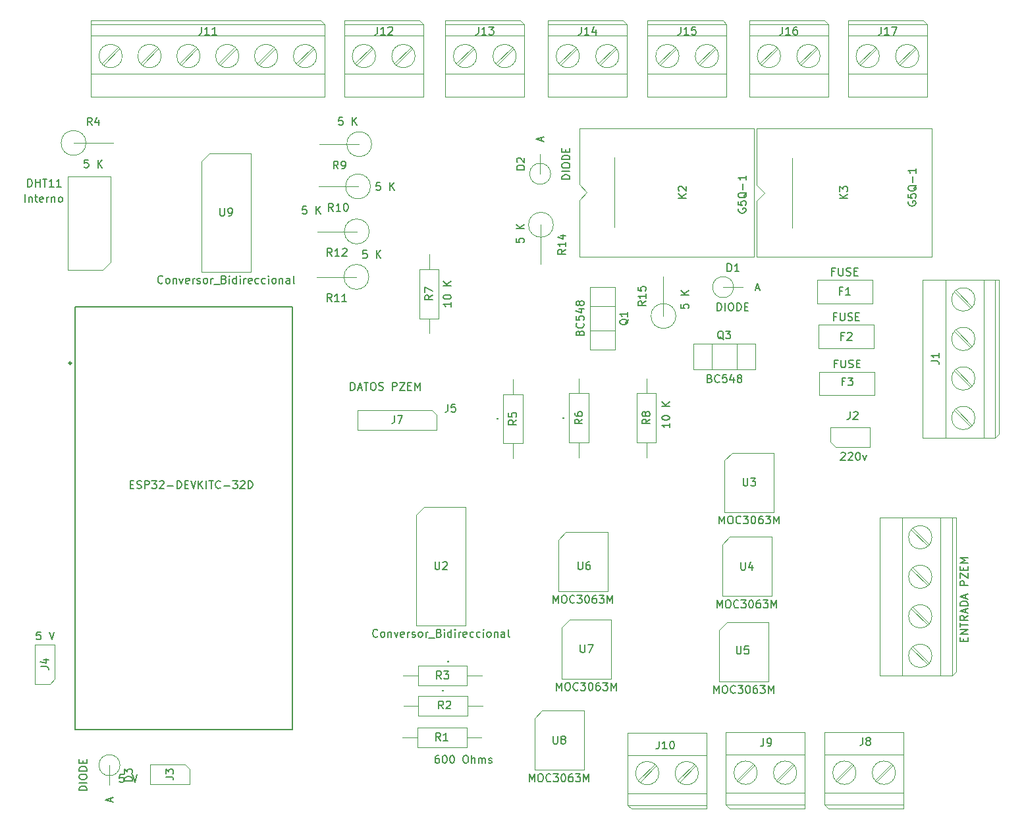
<source format=gbr>
%TF.GenerationSoftware,KiCad,Pcbnew,(5.1.9)-1*%
%TF.CreationDate,2021-11-17T10:25:35-03:00*%
%TF.ProjectId,MODULO-IoT,4d4f4455-4c4f-42d4-996f-542e6b696361,rev?*%
%TF.SameCoordinates,Original*%
%TF.FileFunction,Other,Fab,Top*%
%FSLAX46Y46*%
G04 Gerber Fmt 4.6, Leading zero omitted, Abs format (unit mm)*
G04 Created by KiCad (PCBNEW (5.1.9)-1) date 2021-11-17 10:25:35*
%MOMM*%
%LPD*%
G01*
G04 APERTURE LIST*
%ADD10C,0.100000*%
%ADD11C,0.280000*%
%ADD12C,0.127000*%
%ADD13C,0.150000*%
G04 APERTURE END LIST*
D10*
%TO.C,J4*%
X86690200Y-131572000D02*
X84785200Y-131572000D01*
X84785200Y-131572000D02*
X84785200Y-126492000D01*
X84785200Y-126492000D02*
X87325200Y-126492000D01*
X87325200Y-126492000D02*
X87325200Y-130937000D01*
X87325200Y-130937000D02*
X86690200Y-131572000D01*
%TO.C,D3*%
X95685600Y-142036800D02*
G75*
G03*
X95685600Y-142036800I-1350000J0D01*
G01*
X94335600Y-142036800D02*
X94335600Y-144576800D01*
%TO.C,J10*%
X164974400Y-143052800D02*
G75*
G03*
X164974400Y-143052800I-1500000J0D01*
G01*
X170054400Y-143052800D02*
G75*
G03*
X170054400Y-143052800I-1500000J0D01*
G01*
X160934400Y-137852800D02*
X171094400Y-137852800D01*
X171094400Y-137852800D02*
X171094400Y-147652800D01*
X171094400Y-147652800D02*
X161434400Y-147652800D01*
X161434400Y-147652800D02*
X160934400Y-147152800D01*
X160934400Y-147152800D02*
X160934400Y-137852800D01*
X160934400Y-147152800D02*
X171094400Y-147152800D01*
X160934400Y-145652800D02*
X171094400Y-145652800D01*
X160934400Y-140752800D02*
X171094400Y-140752800D01*
X164612400Y-142097800D02*
X162519400Y-144190800D01*
X164429400Y-141914800D02*
X162336400Y-144007800D01*
X169692400Y-142097800D02*
X167600400Y-144190800D01*
X169509400Y-141914800D02*
X167417400Y-144007800D01*
%TO.C,J9*%
X177623600Y-143002000D02*
G75*
G03*
X177623600Y-143002000I-1500000J0D01*
G01*
X182703600Y-143002000D02*
G75*
G03*
X182703600Y-143002000I-1500000J0D01*
G01*
X173583600Y-137802000D02*
X183743600Y-137802000D01*
X183743600Y-137802000D02*
X183743600Y-147602000D01*
X183743600Y-147602000D02*
X174083600Y-147602000D01*
X174083600Y-147602000D02*
X173583600Y-147102000D01*
X173583600Y-147102000D02*
X173583600Y-137802000D01*
X173583600Y-147102000D02*
X183743600Y-147102000D01*
X173583600Y-145602000D02*
X183743600Y-145602000D01*
X173583600Y-140702000D02*
X183743600Y-140702000D01*
X177261600Y-142047000D02*
X175168600Y-144140000D01*
X177078600Y-141864000D02*
X174985600Y-143957000D01*
X182341600Y-142047000D02*
X180249600Y-144140000D01*
X182158600Y-141864000D02*
X180066600Y-143957000D01*
%TO.C,J8*%
X190323600Y-143002000D02*
G75*
G03*
X190323600Y-143002000I-1500000J0D01*
G01*
X195403600Y-143002000D02*
G75*
G03*
X195403600Y-143002000I-1500000J0D01*
G01*
X186283600Y-137802000D02*
X196443600Y-137802000D01*
X196443600Y-137802000D02*
X196443600Y-147602000D01*
X196443600Y-147602000D02*
X186783600Y-147602000D01*
X186783600Y-147602000D02*
X186283600Y-147102000D01*
X186283600Y-147102000D02*
X186283600Y-137802000D01*
X186283600Y-147102000D02*
X196443600Y-147102000D01*
X186283600Y-145602000D02*
X196443600Y-145602000D01*
X186283600Y-140702000D02*
X196443600Y-140702000D01*
X189961600Y-142047000D02*
X187868600Y-144140000D01*
X189778600Y-141864000D02*
X187685600Y-143957000D01*
X195041600Y-142047000D02*
X192949600Y-144140000D01*
X194858600Y-141864000D02*
X192766600Y-143957000D01*
%TO.C,K3*%
X182086000Y-72927600D02*
X182086000Y-63927600D01*
X177536000Y-69427600D02*
X178536000Y-68427600D01*
X177536000Y-76677600D02*
X177536000Y-69427600D01*
X200036000Y-76677600D02*
X177536000Y-76677600D01*
X200036000Y-60177600D02*
X200036000Y-76677600D01*
X177536000Y-60177600D02*
X200036000Y-60177600D01*
X177536000Y-67427600D02*
X177536000Y-60177600D01*
X178536000Y-68427600D02*
X177536000Y-67427600D01*
%TO.C,R7*%
X135432800Y-76352400D02*
X135432800Y-78282400D01*
X135432800Y-86512400D02*
X135432800Y-84582400D01*
X134182800Y-78282400D02*
X134182800Y-84582400D01*
X136682800Y-78282400D02*
X134182800Y-78282400D01*
X136682800Y-84582400D02*
X136682800Y-78282400D01*
X134182800Y-84582400D02*
X136682800Y-84582400D01*
%TO.C,J12*%
X126095800Y-51988000D02*
X128187800Y-49895000D01*
X125912800Y-51805000D02*
X128004800Y-49712000D01*
X131175800Y-51988000D02*
X133268800Y-49895000D01*
X130992800Y-51805000D02*
X133085800Y-49712000D01*
X134670800Y-53150000D02*
X124510800Y-53150000D01*
X134670800Y-48250000D02*
X124510800Y-48250000D01*
X134670800Y-46750000D02*
X124510800Y-46750000D01*
X134670800Y-46750000D02*
X134670800Y-56050000D01*
X134170800Y-46250000D02*
X134670800Y-46750000D01*
X124510800Y-46250000D02*
X134170800Y-46250000D01*
X124510800Y-56050000D02*
X124510800Y-46250000D01*
X134670800Y-56050000D02*
X124510800Y-56050000D01*
X128550800Y-50850000D02*
G75*
G03*
X128550800Y-50850000I-1500000J0D01*
G01*
X133630800Y-50850000D02*
G75*
G03*
X133630800Y-50850000I-1500000J0D01*
G01*
%TO.C,K2*%
X159276800Y-72876800D02*
X159276800Y-63876800D01*
X154726800Y-69376800D02*
X155726800Y-68376800D01*
X154726800Y-76626800D02*
X154726800Y-69376800D01*
X177226800Y-76626800D02*
X154726800Y-76626800D01*
X177226800Y-60126800D02*
X177226800Y-76626800D01*
X154726800Y-60126800D02*
X177226800Y-60126800D01*
X154726800Y-67376800D02*
X154726800Y-60126800D01*
X155726800Y-68376800D02*
X154726800Y-67376800D01*
%TO.C,J16*%
X178165800Y-51988000D02*
X180257800Y-49895000D01*
X177982800Y-51805000D02*
X180074800Y-49712000D01*
X183245800Y-51988000D02*
X185338800Y-49895000D01*
X183062800Y-51805000D02*
X185155800Y-49712000D01*
X186740800Y-53150000D02*
X176580800Y-53150000D01*
X186740800Y-48250000D02*
X176580800Y-48250000D01*
X186740800Y-46750000D02*
X176580800Y-46750000D01*
X186740800Y-46750000D02*
X186740800Y-56050000D01*
X186240800Y-46250000D02*
X186740800Y-46750000D01*
X176580800Y-46250000D02*
X186240800Y-46250000D01*
X176580800Y-56050000D02*
X176580800Y-46250000D01*
X186740800Y-56050000D02*
X176580800Y-56050000D01*
X180620800Y-50850000D02*
G75*
G03*
X180620800Y-50850000I-1500000J0D01*
G01*
X185700800Y-50850000D02*
G75*
G03*
X185700800Y-50850000I-1500000J0D01*
G01*
%TO.C,U7*%
X153476200Y-123291600D02*
X158826200Y-123291600D01*
X158826200Y-123291600D02*
X158826200Y-130911600D01*
X158826200Y-130911600D02*
X152476200Y-130911600D01*
X152476200Y-130911600D02*
X152476200Y-124291600D01*
X152476200Y-124291600D02*
X153476200Y-123291600D01*
%TO.C,D1*%
X173228000Y-80568800D02*
X175768000Y-80568800D01*
X174578000Y-80568800D02*
G75*
G03*
X174578000Y-80568800I-1350000J0D01*
G01*
%TO.C,D2*%
X151057600Y-65989200D02*
G75*
G03*
X151057600Y-65989200I-1350000J0D01*
G01*
X149707600Y-65989200D02*
X149707600Y-63449200D01*
%TO.C,J1*%
X202976400Y-81188600D02*
X205069400Y-83280600D01*
X203159400Y-81005600D02*
X205252400Y-83097600D01*
X202976400Y-86268600D02*
X205069400Y-88360600D01*
X203159400Y-86085600D02*
X205252400Y-88177600D01*
X202976400Y-91348600D02*
X205069400Y-93440600D01*
X203159400Y-91165600D02*
X205252400Y-93257600D01*
X202976400Y-96428600D02*
X205069400Y-98521600D01*
X203159400Y-96245600D02*
X205252400Y-98338600D01*
X201814400Y-99923600D02*
X201814400Y-79603600D01*
X206714400Y-99923600D02*
X206714400Y-79603600D01*
X208214400Y-99923600D02*
X208214400Y-79603600D01*
X208214400Y-99923600D02*
X198914400Y-99923600D01*
X208714400Y-99423600D02*
X208214400Y-99923600D01*
X208714400Y-79603600D02*
X208714400Y-99423600D01*
X198914400Y-79603600D02*
X208714400Y-79603600D01*
X198914400Y-99923600D02*
X198914400Y-79603600D01*
X205614400Y-82143600D02*
G75*
G03*
X205614400Y-82143600I-1500000J0D01*
G01*
X205614400Y-87223600D02*
G75*
G03*
X205614400Y-87223600I-1500000J0D01*
G01*
X205614400Y-92303600D02*
G75*
G03*
X205614400Y-92303600I-1500000J0D01*
G01*
X205614400Y-97383600D02*
G75*
G03*
X205614400Y-97383600I-1500000J0D01*
G01*
%TO.C,J2*%
X187045600Y-100457000D02*
X187045600Y-98552000D01*
X187045600Y-98552000D02*
X192125600Y-98552000D01*
X192125600Y-98552000D02*
X192125600Y-101092000D01*
X192125600Y-101092000D02*
X187680600Y-101092000D01*
X187680600Y-101092000D02*
X187045600Y-100457000D01*
%TO.C,J5*%
X200077200Y-127965200D02*
G75*
G03*
X200077200Y-127965200I-1500000J0D01*
G01*
X200077200Y-122885200D02*
G75*
G03*
X200077200Y-122885200I-1500000J0D01*
G01*
X200077200Y-117805200D02*
G75*
G03*
X200077200Y-117805200I-1500000J0D01*
G01*
X200077200Y-112725200D02*
G75*
G03*
X200077200Y-112725200I-1500000J0D01*
G01*
X193377200Y-130505200D02*
X193377200Y-110185200D01*
X193377200Y-110185200D02*
X203177200Y-110185200D01*
X203177200Y-110185200D02*
X203177200Y-130005200D01*
X203177200Y-130005200D02*
X202677200Y-130505200D01*
X202677200Y-130505200D02*
X193377200Y-130505200D01*
X202677200Y-130505200D02*
X202677200Y-110185200D01*
X201177200Y-130505200D02*
X201177200Y-110185200D01*
X196277200Y-130505200D02*
X196277200Y-110185200D01*
X197622200Y-126827200D02*
X199715200Y-128920200D01*
X197439200Y-127010200D02*
X199532200Y-129103200D01*
X197622200Y-121747200D02*
X199715200Y-123839200D01*
X197439200Y-121930200D02*
X199532200Y-124022200D01*
X197622200Y-116667200D02*
X199715200Y-118759200D01*
X197439200Y-116850200D02*
X199532200Y-118942200D01*
X197622200Y-111587200D02*
X199715200Y-113679200D01*
X197439200Y-111770200D02*
X199532200Y-113862200D01*
%TO.C,J17*%
X190865800Y-51988000D02*
X192957800Y-49895000D01*
X190682800Y-51805000D02*
X192774800Y-49712000D01*
X195945800Y-51988000D02*
X198038800Y-49895000D01*
X195762800Y-51805000D02*
X197855800Y-49712000D01*
X199440800Y-53150000D02*
X189280800Y-53150000D01*
X199440800Y-48250000D02*
X189280800Y-48250000D01*
X199440800Y-46750000D02*
X189280800Y-46750000D01*
X199440800Y-46750000D02*
X199440800Y-56050000D01*
X198940800Y-46250000D02*
X199440800Y-46750000D01*
X189280800Y-46250000D02*
X198940800Y-46250000D01*
X189280800Y-56050000D02*
X189280800Y-46250000D01*
X199440800Y-56050000D02*
X189280800Y-56050000D01*
X193320800Y-50850000D02*
G75*
G03*
X193320800Y-50850000I-1500000J0D01*
G01*
X198400800Y-50850000D02*
G75*
G03*
X198400800Y-50850000I-1500000J0D01*
G01*
%TO.C,J7*%
X135763000Y-96367600D02*
X136398000Y-97002600D01*
X126238000Y-96367600D02*
X135763000Y-96367600D01*
X126238000Y-98907600D02*
X126238000Y-96367600D01*
X136398000Y-98907600D02*
X126238000Y-98907600D01*
X136398000Y-97002600D02*
X136398000Y-98907600D01*
%TO.C,R1*%
X140259200Y-139730800D02*
X140259200Y-137230800D01*
X140259200Y-137230800D02*
X133959200Y-137230800D01*
X133959200Y-137230800D02*
X133959200Y-139730800D01*
X133959200Y-139730800D02*
X140259200Y-139730800D01*
X142189200Y-138480800D02*
X140259200Y-138480800D01*
X132029200Y-138480800D02*
X133959200Y-138480800D01*
%TO.C,R2*%
X132130800Y-134416800D02*
X134060800Y-134416800D01*
X142290800Y-134416800D02*
X140360800Y-134416800D01*
X134060800Y-135666800D02*
X140360800Y-135666800D01*
X134060800Y-133166800D02*
X134060800Y-135666800D01*
X140360800Y-133166800D02*
X134060800Y-133166800D01*
X140360800Y-135666800D02*
X140360800Y-133166800D01*
%TO.C,R3*%
X140310000Y-131755200D02*
X140310000Y-129255200D01*
X140310000Y-129255200D02*
X134010000Y-129255200D01*
X134010000Y-129255200D02*
X134010000Y-131755200D01*
X134010000Y-131755200D02*
X140310000Y-131755200D01*
X142240000Y-130505200D02*
X140310000Y-130505200D01*
X132080000Y-130505200D02*
X134010000Y-130505200D01*
%TO.C,R5*%
X146202400Y-102565200D02*
X146202400Y-100635200D01*
X146202400Y-92405200D02*
X146202400Y-94335200D01*
X147452400Y-100635200D02*
X147452400Y-94335200D01*
X144952400Y-100635200D02*
X147452400Y-100635200D01*
X144952400Y-94335200D02*
X144952400Y-100635200D01*
X147452400Y-94335200D02*
X144952400Y-94335200D01*
%TO.C,R6*%
X154686000Y-102463600D02*
X154686000Y-100533600D01*
X154686000Y-92303600D02*
X154686000Y-94233600D01*
X155936000Y-100533600D02*
X155936000Y-94233600D01*
X153436000Y-100533600D02*
X155936000Y-100533600D01*
X153436000Y-94233600D02*
X153436000Y-100533600D01*
X155936000Y-94233600D02*
X153436000Y-94233600D01*
%TO.C,R8*%
X163372800Y-102463600D02*
X163372800Y-100533600D01*
X163372800Y-92303600D02*
X163372800Y-94233600D01*
X164622800Y-100533600D02*
X164622800Y-94233600D01*
X162122800Y-100533600D02*
X164622800Y-100533600D01*
X162122800Y-94233600D02*
X162122800Y-100533600D01*
X164622800Y-94233600D02*
X162122800Y-94233600D01*
%TO.C,Interno*%
X94444000Y-77339200D02*
X93444000Y-78339200D01*
X94444000Y-77339200D02*
X94444000Y-66339200D01*
X88944000Y-66339200D02*
X94444000Y-66339200D01*
X88944000Y-78339200D02*
X88944000Y-66339200D01*
X93444000Y-78339200D02*
X88944000Y-78339200D01*
D11*
%TO.C,U1*%
X89426000Y-90336000D02*
G75*
G03*
X89426000Y-90336000I-140000J0D01*
G01*
X89426000Y-90336000D02*
G75*
G03*
X89426000Y-90336000I-140000J0D01*
G01*
D12*
X89936000Y-137486000D02*
X89936000Y-83086000D01*
X117836000Y-137486000D02*
X89936000Y-137486000D01*
X117836000Y-83086000D02*
X117836000Y-137486000D01*
X89936000Y-83086000D02*
X117836000Y-83086000D01*
D10*
%TO.C,U2*%
X133781800Y-109813600D02*
X134781800Y-108813600D01*
X133781800Y-124053600D02*
X133781800Y-109813600D01*
X140131800Y-124053600D02*
X133781800Y-124053600D01*
X140131800Y-108813600D02*
X140131800Y-124053600D01*
X134781800Y-108813600D02*
X140131800Y-108813600D01*
%TO.C,U3*%
X174405800Y-101854000D02*
X179755800Y-101854000D01*
X179755800Y-101854000D02*
X179755800Y-109474000D01*
X179755800Y-109474000D02*
X173405800Y-109474000D01*
X173405800Y-109474000D02*
X173405800Y-102854000D01*
X173405800Y-102854000D02*
X174405800Y-101854000D01*
%TO.C,U4*%
X173101000Y-113674400D02*
X174101000Y-112674400D01*
X173101000Y-120294400D02*
X173101000Y-113674400D01*
X179451000Y-120294400D02*
X173101000Y-120294400D01*
X179451000Y-112674400D02*
X179451000Y-120294400D01*
X174101000Y-112674400D02*
X179451000Y-112674400D01*
%TO.C,U5*%
X173694600Y-123647200D02*
X179044600Y-123647200D01*
X179044600Y-123647200D02*
X179044600Y-131267200D01*
X179044600Y-131267200D02*
X172694600Y-131267200D01*
X172694600Y-131267200D02*
X172694600Y-124647200D01*
X172694600Y-124647200D02*
X173694600Y-123647200D01*
%TO.C,U6*%
X152019000Y-113064800D02*
X153019000Y-112064800D01*
X152019000Y-119684800D02*
X152019000Y-113064800D01*
X158369000Y-119684800D02*
X152019000Y-119684800D01*
X158369000Y-112064800D02*
X158369000Y-119684800D01*
X153019000Y-112064800D02*
X158369000Y-112064800D01*
%TO.C,U8*%
X148971000Y-136026400D02*
X149971000Y-135026400D01*
X148971000Y-142646400D02*
X148971000Y-136026400D01*
X155321000Y-142646400D02*
X148971000Y-142646400D01*
X155321000Y-135026400D02*
X155321000Y-142646400D01*
X149971000Y-135026400D02*
X155321000Y-135026400D01*
%TO.C,F1*%
X185314400Y-82637200D02*
X192414400Y-82637200D01*
X185314400Y-79637200D02*
X185314400Y-82637200D01*
X192414400Y-79637200D02*
X185314400Y-79637200D01*
X192414400Y-82637200D02*
X192414400Y-79637200D01*
%TO.C,F2*%
X192617600Y-88428400D02*
X192617600Y-85428400D01*
X192617600Y-85428400D02*
X185517600Y-85428400D01*
X185517600Y-85428400D02*
X185517600Y-88428400D01*
X185517600Y-88428400D02*
X192617600Y-88428400D01*
%TO.C,F3*%
X185619200Y-94473600D02*
X192719200Y-94473600D01*
X185619200Y-91473600D02*
X185619200Y-94473600D01*
X192719200Y-91473600D02*
X185619200Y-91473600D01*
X192719200Y-94473600D02*
X192719200Y-91473600D01*
%TO.C,U9*%
X106146600Y-64347600D02*
X107146600Y-63347600D01*
X106146600Y-78587600D02*
X106146600Y-64347600D01*
X112496600Y-78587600D02*
X106146600Y-78587600D01*
X112496600Y-63347600D02*
X112496600Y-78587600D01*
X107146600Y-63347600D02*
X112496600Y-63347600D01*
%TO.C,J3*%
X104648000Y-142570200D02*
X104648000Y-144475200D01*
X104648000Y-144475200D02*
X99568000Y-144475200D01*
X99568000Y-144475200D02*
X99568000Y-141935200D01*
X99568000Y-141935200D02*
X104013000Y-141935200D01*
X104013000Y-141935200D02*
X104648000Y-142570200D01*
%TO.C,Q1*%
X159378400Y-86182000D02*
X156128400Y-86182000D01*
X159378400Y-82982000D02*
X156128400Y-82982000D01*
X159378400Y-88582000D02*
X159378400Y-80582000D01*
X156128400Y-88582000D02*
X159378400Y-88582000D01*
X156128400Y-80582000D02*
X156128400Y-88582000D01*
X159378400Y-80582000D02*
X156128400Y-80582000D01*
%TO.C,Q3*%
X169380400Y-87865200D02*
X169380400Y-91115200D01*
X169380400Y-91115200D02*
X177380400Y-91115200D01*
X177380400Y-91115200D02*
X177380400Y-87865200D01*
X177380400Y-87865200D02*
X169380400Y-87865200D01*
X171780400Y-87865200D02*
X171780400Y-91115200D01*
X174980400Y-87865200D02*
X174980400Y-91115200D01*
%TO.C,J13*%
X146635600Y-50850000D02*
G75*
G03*
X146635600Y-50850000I-1500000J0D01*
G01*
X141555600Y-50850000D02*
G75*
G03*
X141555600Y-50850000I-1500000J0D01*
G01*
X147675600Y-56050000D02*
X137515600Y-56050000D01*
X137515600Y-56050000D02*
X137515600Y-46250000D01*
X137515600Y-46250000D02*
X147175600Y-46250000D01*
X147175600Y-46250000D02*
X147675600Y-46750000D01*
X147675600Y-46750000D02*
X147675600Y-56050000D01*
X147675600Y-46750000D02*
X137515600Y-46750000D01*
X147675600Y-48250000D02*
X137515600Y-48250000D01*
X147675600Y-53150000D02*
X137515600Y-53150000D01*
X143997600Y-51805000D02*
X146090600Y-49712000D01*
X144180600Y-51988000D02*
X146273600Y-49895000D01*
X138917600Y-51805000D02*
X141009600Y-49712000D01*
X139100600Y-51988000D02*
X141192600Y-49895000D01*
%TO.C,J14*%
X152308600Y-51988000D02*
X154400600Y-49895000D01*
X152125600Y-51805000D02*
X154217600Y-49712000D01*
X157388600Y-51988000D02*
X159481600Y-49895000D01*
X157205600Y-51805000D02*
X159298600Y-49712000D01*
X160883600Y-53150000D02*
X150723600Y-53150000D01*
X160883600Y-48250000D02*
X150723600Y-48250000D01*
X160883600Y-46750000D02*
X150723600Y-46750000D01*
X160883600Y-46750000D02*
X160883600Y-56050000D01*
X160383600Y-46250000D02*
X160883600Y-46750000D01*
X150723600Y-46250000D02*
X160383600Y-46250000D01*
X150723600Y-56050000D02*
X150723600Y-46250000D01*
X160883600Y-56050000D02*
X150723600Y-56050000D01*
X154763600Y-50850000D02*
G75*
G03*
X154763600Y-50850000I-1500000J0D01*
G01*
X159843600Y-50850000D02*
G75*
G03*
X159843600Y-50850000I-1500000J0D01*
G01*
%TO.C,J15*%
X172645200Y-50850000D02*
G75*
G03*
X172645200Y-50850000I-1500000J0D01*
G01*
X167565200Y-50850000D02*
G75*
G03*
X167565200Y-50850000I-1500000J0D01*
G01*
X173685200Y-56050000D02*
X163525200Y-56050000D01*
X163525200Y-56050000D02*
X163525200Y-46250000D01*
X163525200Y-46250000D02*
X173185200Y-46250000D01*
X173185200Y-46250000D02*
X173685200Y-46750000D01*
X173685200Y-46750000D02*
X173685200Y-56050000D01*
X173685200Y-46750000D02*
X163525200Y-46750000D01*
X173685200Y-48250000D02*
X163525200Y-48250000D01*
X173685200Y-53150000D02*
X163525200Y-53150000D01*
X170007200Y-51805000D02*
X172100200Y-49712000D01*
X170190200Y-51988000D02*
X172283200Y-49895000D01*
X164927200Y-51805000D02*
X167019200Y-49712000D01*
X165110200Y-51988000D02*
X167202200Y-49895000D01*
%TO.C,J11*%
X120981600Y-50850000D02*
G75*
G03*
X120981600Y-50850000I-1500000J0D01*
G01*
X115981600Y-50850000D02*
G75*
G03*
X115981600Y-50850000I-1500000J0D01*
G01*
X110981600Y-50850000D02*
G75*
G03*
X110981600Y-50850000I-1500000J0D01*
G01*
X105981600Y-50850000D02*
G75*
G03*
X105981600Y-50850000I-1500000J0D01*
G01*
X100981600Y-50850000D02*
G75*
G03*
X100981600Y-50850000I-1500000J0D01*
G01*
X95981600Y-50850000D02*
G75*
G03*
X95981600Y-50850000I-1500000J0D01*
G01*
X121981600Y-56050000D02*
X91981600Y-56050000D01*
X91981600Y-56050000D02*
X91981600Y-46250000D01*
X91981600Y-46250000D02*
X121481600Y-46250000D01*
X121481600Y-46250000D02*
X121981600Y-46750000D01*
X121981600Y-46750000D02*
X121981600Y-56050000D01*
X121981600Y-46750000D02*
X91981600Y-46750000D01*
X121981600Y-48250000D02*
X91981600Y-48250000D01*
X121981600Y-53150000D02*
X91981600Y-53150000D01*
X118343600Y-51805000D02*
X120436600Y-49712000D01*
X118526600Y-51988000D02*
X120619600Y-49895000D01*
X113343600Y-51805000D02*
X115435600Y-49712000D01*
X113526600Y-51988000D02*
X115618600Y-49895000D01*
X108343600Y-51805000D02*
X110435600Y-49712000D01*
X108526600Y-51988000D02*
X110618600Y-49895000D01*
X103343600Y-51805000D02*
X105435600Y-49712000D01*
X103526600Y-51988000D02*
X105618600Y-49895000D01*
X98343600Y-51805000D02*
X100435600Y-49712000D01*
X98526600Y-51988000D02*
X100618600Y-49895000D01*
X93343600Y-51805000D02*
X95435600Y-49712000D01*
X93526600Y-51988000D02*
X95618600Y-49895000D01*
%TO.C,R4*%
X91312800Y-62026800D02*
G75*
G03*
X91312800Y-62026800I-1600000J0D01*
G01*
X89712800Y-62026800D02*
X94792800Y-62026800D01*
%TO.C,R9*%
X126441200Y-62179200D02*
X121361200Y-62179200D01*
X128041200Y-62179200D02*
G75*
G03*
X128041200Y-62179200I-1600000J0D01*
G01*
%TO.C,R10*%
X127888800Y-67614800D02*
G75*
G03*
X127888800Y-67614800I-1600000J0D01*
G01*
X126288800Y-67614800D02*
X121208800Y-67614800D01*
%TO.C,R11*%
X126085600Y-79248000D02*
X121005600Y-79248000D01*
X127685600Y-79248000D02*
G75*
G03*
X127685600Y-79248000I-1600000J0D01*
G01*
%TO.C,R12*%
X127736400Y-73406000D02*
G75*
G03*
X127736400Y-73406000I-1600000J0D01*
G01*
X126136400Y-73406000D02*
X121056400Y-73406000D01*
%TO.C,R14*%
X151409200Y-72542400D02*
G75*
G03*
X151409200Y-72542400I-1600000J0D01*
G01*
X149809200Y-72542400D02*
X149809200Y-77622400D01*
%TO.C,R15*%
X165557200Y-84277200D02*
X165557200Y-79197200D01*
X167157200Y-84277200D02*
G75*
G03*
X167157200Y-84277200I-1600000J0D01*
G01*
%TD*%
%TO.C,J4*%
D13*
X85483771Y-124884380D02*
X85007580Y-124884380D01*
X84959961Y-125360571D01*
X85007580Y-125312952D01*
X85102819Y-125265333D01*
X85340914Y-125265333D01*
X85436152Y-125312952D01*
X85483771Y-125360571D01*
X85531390Y-125455809D01*
X85531390Y-125693904D01*
X85483771Y-125789142D01*
X85436152Y-125836761D01*
X85340914Y-125884380D01*
X85102819Y-125884380D01*
X85007580Y-125836761D01*
X84959961Y-125789142D01*
X86579009Y-124884380D02*
X86912342Y-125884380D01*
X87245676Y-124884380D01*
X85507580Y-129365333D02*
X86221866Y-129365333D01*
X86364723Y-129412952D01*
X86459961Y-129508190D01*
X86507580Y-129651047D01*
X86507580Y-129746285D01*
X85840914Y-128460571D02*
X86507580Y-128460571D01*
X85459961Y-128698666D02*
X86174247Y-128936761D01*
X86174247Y-128317714D01*
%TO.C,D3*%
X91428980Y-145282990D02*
X90428980Y-145282990D01*
X90428980Y-145044895D01*
X90476600Y-144902038D01*
X90571838Y-144806800D01*
X90667076Y-144759180D01*
X90857552Y-144711561D01*
X91000409Y-144711561D01*
X91190885Y-144759180D01*
X91286123Y-144806800D01*
X91381361Y-144902038D01*
X91428980Y-145044895D01*
X91428980Y-145282990D01*
X91428980Y-144282990D02*
X90428980Y-144282990D01*
X90428980Y-143616323D02*
X90428980Y-143425847D01*
X90476600Y-143330609D01*
X90571838Y-143235371D01*
X90762314Y-143187752D01*
X91095647Y-143187752D01*
X91286123Y-143235371D01*
X91381361Y-143330609D01*
X91428980Y-143425847D01*
X91428980Y-143616323D01*
X91381361Y-143711561D01*
X91286123Y-143806800D01*
X91095647Y-143854419D01*
X90762314Y-143854419D01*
X90571838Y-143806800D01*
X90476600Y-143711561D01*
X90428980Y-143616323D01*
X91428980Y-142759180D02*
X90428980Y-142759180D01*
X90428980Y-142521085D01*
X90476600Y-142378228D01*
X90571838Y-142282990D01*
X90667076Y-142235371D01*
X90857552Y-142187752D01*
X91000409Y-142187752D01*
X91190885Y-142235371D01*
X91286123Y-142282990D01*
X91381361Y-142378228D01*
X91428980Y-142521085D01*
X91428980Y-142759180D01*
X90905171Y-141759180D02*
X90905171Y-141425847D01*
X91428980Y-141282990D02*
X91428980Y-141759180D01*
X90428980Y-141759180D01*
X90428980Y-141282990D01*
X94502266Y-146714895D02*
X94502266Y-146238704D01*
X94787980Y-146810133D02*
X93787980Y-146476800D01*
X94787980Y-146143466D01*
X97257980Y-144044895D02*
X96257980Y-144044895D01*
X96257980Y-143806800D01*
X96305600Y-143663942D01*
X96400838Y-143568704D01*
X96496076Y-143521085D01*
X96686552Y-143473466D01*
X96829409Y-143473466D01*
X97019885Y-143521085D01*
X97115123Y-143568704D01*
X97210361Y-143663942D01*
X97257980Y-143806800D01*
X97257980Y-144044895D01*
X96257980Y-143140133D02*
X96257980Y-142521085D01*
X96638933Y-142854419D01*
X96638933Y-142711561D01*
X96686552Y-142616323D01*
X96734171Y-142568704D01*
X96829409Y-142521085D01*
X97067504Y-142521085D01*
X97162742Y-142568704D01*
X97210361Y-142616323D01*
X97257980Y-142711561D01*
X97257980Y-142997276D01*
X97210361Y-143092514D01*
X97162742Y-143140133D01*
%TO.C,J10*%
X165001676Y-138949180D02*
X165001676Y-139663466D01*
X164954057Y-139806323D01*
X164858819Y-139901561D01*
X164715961Y-139949180D01*
X164620723Y-139949180D01*
X166001676Y-139949180D02*
X165430247Y-139949180D01*
X165715961Y-139949180D02*
X165715961Y-138949180D01*
X165620723Y-139092038D01*
X165525485Y-139187276D01*
X165430247Y-139234895D01*
X166620723Y-138949180D02*
X166715961Y-138949180D01*
X166811200Y-138996800D01*
X166858819Y-139044419D01*
X166906438Y-139139657D01*
X166954057Y-139330133D01*
X166954057Y-139568228D01*
X166906438Y-139758704D01*
X166858819Y-139853942D01*
X166811200Y-139901561D01*
X166715961Y-139949180D01*
X166620723Y-139949180D01*
X166525485Y-139901561D01*
X166477866Y-139853942D01*
X166430247Y-139758704D01*
X166382628Y-139568228D01*
X166382628Y-139330133D01*
X166430247Y-139139657D01*
X166477866Y-139044419D01*
X166525485Y-138996800D01*
X166620723Y-138949180D01*
%TO.C,J9*%
X178431866Y-138593580D02*
X178431866Y-139307866D01*
X178384247Y-139450723D01*
X178289009Y-139545961D01*
X178146152Y-139593580D01*
X178050914Y-139593580D01*
X178955676Y-139593580D02*
X179146152Y-139593580D01*
X179241390Y-139545961D01*
X179289009Y-139498342D01*
X179384247Y-139355485D01*
X179431866Y-139165009D01*
X179431866Y-138784057D01*
X179384247Y-138688819D01*
X179336628Y-138641200D01*
X179241390Y-138593580D01*
X179050914Y-138593580D01*
X178955676Y-138641200D01*
X178908057Y-138688819D01*
X178860438Y-138784057D01*
X178860438Y-139022152D01*
X178908057Y-139117390D01*
X178955676Y-139165009D01*
X179050914Y-139212628D01*
X179241390Y-139212628D01*
X179336628Y-139165009D01*
X179384247Y-139117390D01*
X179431866Y-139022152D01*
%TO.C,J8*%
X191182666Y-138491980D02*
X191182666Y-139206266D01*
X191135047Y-139349123D01*
X191039809Y-139444361D01*
X190896952Y-139491980D01*
X190801714Y-139491980D01*
X191801714Y-138920552D02*
X191706476Y-138872933D01*
X191658857Y-138825314D01*
X191611238Y-138730076D01*
X191611238Y-138682457D01*
X191658857Y-138587219D01*
X191706476Y-138539600D01*
X191801714Y-138491980D01*
X191992190Y-138491980D01*
X192087428Y-138539600D01*
X192135047Y-138587219D01*
X192182666Y-138682457D01*
X192182666Y-138730076D01*
X192135047Y-138825314D01*
X192087428Y-138872933D01*
X191992190Y-138920552D01*
X191801714Y-138920552D01*
X191706476Y-138968171D01*
X191658857Y-139015790D01*
X191611238Y-139111028D01*
X191611238Y-139301504D01*
X191658857Y-139396742D01*
X191706476Y-139444361D01*
X191801714Y-139491980D01*
X191992190Y-139491980D01*
X192087428Y-139444361D01*
X192135047Y-139396742D01*
X192182666Y-139301504D01*
X192182666Y-139111028D01*
X192135047Y-139015790D01*
X192087428Y-138968171D01*
X191992190Y-138920552D01*
%TO.C,K3*%
X197061200Y-69549733D02*
X197013580Y-69644971D01*
X197013580Y-69787828D01*
X197061200Y-69930685D01*
X197156438Y-70025923D01*
X197251676Y-70073542D01*
X197442152Y-70121161D01*
X197585009Y-70121161D01*
X197775485Y-70073542D01*
X197870723Y-70025923D01*
X197965961Y-69930685D01*
X198013580Y-69787828D01*
X198013580Y-69692590D01*
X197965961Y-69549733D01*
X197918342Y-69502114D01*
X197585009Y-69502114D01*
X197585009Y-69692590D01*
X197013580Y-68597352D02*
X197013580Y-69073542D01*
X197489771Y-69121161D01*
X197442152Y-69073542D01*
X197394533Y-68978304D01*
X197394533Y-68740209D01*
X197442152Y-68644971D01*
X197489771Y-68597352D01*
X197585009Y-68549733D01*
X197823104Y-68549733D01*
X197918342Y-68597352D01*
X197965961Y-68644971D01*
X198013580Y-68740209D01*
X198013580Y-68978304D01*
X197965961Y-69073542D01*
X197918342Y-69121161D01*
X198108819Y-67454495D02*
X198061200Y-67549733D01*
X197965961Y-67644971D01*
X197823104Y-67787828D01*
X197775485Y-67883066D01*
X197775485Y-67978304D01*
X198013580Y-67930685D02*
X197965961Y-68025923D01*
X197870723Y-68121161D01*
X197680247Y-68168780D01*
X197346914Y-68168780D01*
X197156438Y-68121161D01*
X197061200Y-68025923D01*
X197013580Y-67930685D01*
X197013580Y-67740209D01*
X197061200Y-67644971D01*
X197156438Y-67549733D01*
X197346914Y-67502114D01*
X197680247Y-67502114D01*
X197870723Y-67549733D01*
X197965961Y-67644971D01*
X198013580Y-67740209D01*
X198013580Y-67930685D01*
X197632628Y-67073542D02*
X197632628Y-66311638D01*
X198013580Y-65311638D02*
X198013580Y-65883066D01*
X198013580Y-65597352D02*
X197013580Y-65597352D01*
X197156438Y-65692590D01*
X197251676Y-65787828D01*
X197299295Y-65883066D01*
X189238380Y-69165695D02*
X188238380Y-69165695D01*
X189238380Y-68594266D02*
X188666952Y-69022838D01*
X188238380Y-68594266D02*
X188809809Y-69165695D01*
X188238380Y-68260933D02*
X188238380Y-67641885D01*
X188619333Y-67975219D01*
X188619333Y-67832361D01*
X188666952Y-67737123D01*
X188714571Y-67689504D01*
X188809809Y-67641885D01*
X189047904Y-67641885D01*
X189143142Y-67689504D01*
X189190761Y-67737123D01*
X189238380Y-67832361D01*
X189238380Y-68118076D01*
X189190761Y-68213314D01*
X189143142Y-68260933D01*
%TO.C,R7*%
X138255180Y-82503828D02*
X138255180Y-83075257D01*
X138255180Y-82789542D02*
X137255180Y-82789542D01*
X137398038Y-82884780D01*
X137493276Y-82980019D01*
X137540895Y-83075257D01*
X137255180Y-81884780D02*
X137255180Y-81789542D01*
X137302800Y-81694304D01*
X137350419Y-81646685D01*
X137445657Y-81599066D01*
X137636133Y-81551447D01*
X137874228Y-81551447D01*
X138064704Y-81599066D01*
X138159942Y-81646685D01*
X138207561Y-81694304D01*
X138255180Y-81789542D01*
X138255180Y-81884780D01*
X138207561Y-81980019D01*
X138159942Y-82027638D01*
X138064704Y-82075257D01*
X137874228Y-82122876D01*
X137636133Y-82122876D01*
X137445657Y-82075257D01*
X137350419Y-82027638D01*
X137302800Y-81980019D01*
X137255180Y-81884780D01*
X138255180Y-80360971D02*
X137255180Y-80360971D01*
X138255180Y-79789542D02*
X137683752Y-80218114D01*
X137255180Y-79789542D02*
X137826609Y-80360971D01*
X135885180Y-81599066D02*
X135408990Y-81932400D01*
X135885180Y-82170495D02*
X134885180Y-82170495D01*
X134885180Y-81789542D01*
X134932800Y-81694304D01*
X134980419Y-81646685D01*
X135075657Y-81599066D01*
X135218514Y-81599066D01*
X135313752Y-81646685D01*
X135361371Y-81694304D01*
X135408990Y-81789542D01*
X135408990Y-82170495D01*
X134885180Y-81265733D02*
X134885180Y-80599066D01*
X135885180Y-81027638D01*
%TO.C,J12*%
X128781276Y-47102380D02*
X128781276Y-47816666D01*
X128733657Y-47959523D01*
X128638419Y-48054761D01*
X128495561Y-48102380D01*
X128400323Y-48102380D01*
X129781276Y-48102380D02*
X129209847Y-48102380D01*
X129495561Y-48102380D02*
X129495561Y-47102380D01*
X129400323Y-47245238D01*
X129305085Y-47340476D01*
X129209847Y-47388095D01*
X130162228Y-47197619D02*
X130209847Y-47150000D01*
X130305085Y-47102380D01*
X130543180Y-47102380D01*
X130638419Y-47150000D01*
X130686038Y-47197619D01*
X130733657Y-47292857D01*
X130733657Y-47388095D01*
X130686038Y-47530952D01*
X130114609Y-48102380D01*
X130733657Y-48102380D01*
%TO.C,K2*%
X175217200Y-70464133D02*
X175169580Y-70559371D01*
X175169580Y-70702228D01*
X175217200Y-70845085D01*
X175312438Y-70940323D01*
X175407676Y-70987942D01*
X175598152Y-71035561D01*
X175741009Y-71035561D01*
X175931485Y-70987942D01*
X176026723Y-70940323D01*
X176121961Y-70845085D01*
X176169580Y-70702228D01*
X176169580Y-70606990D01*
X176121961Y-70464133D01*
X176074342Y-70416514D01*
X175741009Y-70416514D01*
X175741009Y-70606990D01*
X175169580Y-69511752D02*
X175169580Y-69987942D01*
X175645771Y-70035561D01*
X175598152Y-69987942D01*
X175550533Y-69892704D01*
X175550533Y-69654609D01*
X175598152Y-69559371D01*
X175645771Y-69511752D01*
X175741009Y-69464133D01*
X175979104Y-69464133D01*
X176074342Y-69511752D01*
X176121961Y-69559371D01*
X176169580Y-69654609D01*
X176169580Y-69892704D01*
X176121961Y-69987942D01*
X176074342Y-70035561D01*
X176264819Y-68368895D02*
X176217200Y-68464133D01*
X176121961Y-68559371D01*
X175979104Y-68702228D01*
X175931485Y-68797466D01*
X175931485Y-68892704D01*
X176169580Y-68845085D02*
X176121961Y-68940323D01*
X176026723Y-69035561D01*
X175836247Y-69083180D01*
X175502914Y-69083180D01*
X175312438Y-69035561D01*
X175217200Y-68940323D01*
X175169580Y-68845085D01*
X175169580Y-68654609D01*
X175217200Y-68559371D01*
X175312438Y-68464133D01*
X175502914Y-68416514D01*
X175836247Y-68416514D01*
X176026723Y-68464133D01*
X176121961Y-68559371D01*
X176169580Y-68654609D01*
X176169580Y-68845085D01*
X175788628Y-67987942D02*
X175788628Y-67226038D01*
X176169580Y-66226038D02*
X176169580Y-66797466D01*
X176169580Y-66511752D02*
X175169580Y-66511752D01*
X175312438Y-66606990D01*
X175407676Y-66702228D01*
X175455295Y-66797466D01*
X168498780Y-69114895D02*
X167498780Y-69114895D01*
X168498780Y-68543466D02*
X167927352Y-68972038D01*
X167498780Y-68543466D02*
X168070209Y-69114895D01*
X167594019Y-68162514D02*
X167546400Y-68114895D01*
X167498780Y-68019657D01*
X167498780Y-67781561D01*
X167546400Y-67686323D01*
X167594019Y-67638704D01*
X167689257Y-67591085D01*
X167784495Y-67591085D01*
X167927352Y-67638704D01*
X168498780Y-68210133D01*
X168498780Y-67591085D01*
%TO.C,J16*%
X180851276Y-47102380D02*
X180851276Y-47816666D01*
X180803657Y-47959523D01*
X180708419Y-48054761D01*
X180565561Y-48102380D01*
X180470323Y-48102380D01*
X181851276Y-48102380D02*
X181279847Y-48102380D01*
X181565561Y-48102380D02*
X181565561Y-47102380D01*
X181470323Y-47245238D01*
X181375085Y-47340476D01*
X181279847Y-47388095D01*
X182708419Y-47102380D02*
X182517942Y-47102380D01*
X182422704Y-47150000D01*
X182375085Y-47197619D01*
X182279847Y-47340476D01*
X182232228Y-47530952D01*
X182232228Y-47911904D01*
X182279847Y-48007142D01*
X182327466Y-48054761D01*
X182422704Y-48102380D01*
X182613180Y-48102380D01*
X182708419Y-48054761D01*
X182756038Y-48007142D01*
X182803657Y-47911904D01*
X182803657Y-47673809D01*
X182756038Y-47578571D01*
X182708419Y-47530952D01*
X182613180Y-47483333D01*
X182422704Y-47483333D01*
X182327466Y-47530952D01*
X182279847Y-47578571D01*
X182232228Y-47673809D01*
%TO.C,U7*%
X151817866Y-132423980D02*
X151817866Y-131423980D01*
X152151200Y-132138266D01*
X152484533Y-131423980D01*
X152484533Y-132423980D01*
X153151200Y-131423980D02*
X153341676Y-131423980D01*
X153436914Y-131471600D01*
X153532152Y-131566838D01*
X153579771Y-131757314D01*
X153579771Y-132090647D01*
X153532152Y-132281123D01*
X153436914Y-132376361D01*
X153341676Y-132423980D01*
X153151200Y-132423980D01*
X153055961Y-132376361D01*
X152960723Y-132281123D01*
X152913104Y-132090647D01*
X152913104Y-131757314D01*
X152960723Y-131566838D01*
X153055961Y-131471600D01*
X153151200Y-131423980D01*
X154579771Y-132328742D02*
X154532152Y-132376361D01*
X154389295Y-132423980D01*
X154294057Y-132423980D01*
X154151200Y-132376361D01*
X154055961Y-132281123D01*
X154008342Y-132185885D01*
X153960723Y-131995409D01*
X153960723Y-131852552D01*
X154008342Y-131662076D01*
X154055961Y-131566838D01*
X154151200Y-131471600D01*
X154294057Y-131423980D01*
X154389295Y-131423980D01*
X154532152Y-131471600D01*
X154579771Y-131519219D01*
X154913104Y-131423980D02*
X155532152Y-131423980D01*
X155198819Y-131804933D01*
X155341676Y-131804933D01*
X155436914Y-131852552D01*
X155484533Y-131900171D01*
X155532152Y-131995409D01*
X155532152Y-132233504D01*
X155484533Y-132328742D01*
X155436914Y-132376361D01*
X155341676Y-132423980D01*
X155055961Y-132423980D01*
X154960723Y-132376361D01*
X154913104Y-132328742D01*
X156151200Y-131423980D02*
X156246438Y-131423980D01*
X156341676Y-131471600D01*
X156389295Y-131519219D01*
X156436914Y-131614457D01*
X156484533Y-131804933D01*
X156484533Y-132043028D01*
X156436914Y-132233504D01*
X156389295Y-132328742D01*
X156341676Y-132376361D01*
X156246438Y-132423980D01*
X156151200Y-132423980D01*
X156055961Y-132376361D01*
X156008342Y-132328742D01*
X155960723Y-132233504D01*
X155913104Y-132043028D01*
X155913104Y-131804933D01*
X155960723Y-131614457D01*
X156008342Y-131519219D01*
X156055961Y-131471600D01*
X156151200Y-131423980D01*
X157341676Y-131423980D02*
X157151200Y-131423980D01*
X157055961Y-131471600D01*
X157008342Y-131519219D01*
X156913104Y-131662076D01*
X156865485Y-131852552D01*
X156865485Y-132233504D01*
X156913104Y-132328742D01*
X156960723Y-132376361D01*
X157055961Y-132423980D01*
X157246438Y-132423980D01*
X157341676Y-132376361D01*
X157389295Y-132328742D01*
X157436914Y-132233504D01*
X157436914Y-131995409D01*
X157389295Y-131900171D01*
X157341676Y-131852552D01*
X157246438Y-131804933D01*
X157055961Y-131804933D01*
X156960723Y-131852552D01*
X156913104Y-131900171D01*
X156865485Y-131995409D01*
X157770247Y-131423980D02*
X158389295Y-131423980D01*
X158055961Y-131804933D01*
X158198819Y-131804933D01*
X158294057Y-131852552D01*
X158341676Y-131900171D01*
X158389295Y-131995409D01*
X158389295Y-132233504D01*
X158341676Y-132328742D01*
X158294057Y-132376361D01*
X158198819Y-132423980D01*
X157913104Y-132423980D01*
X157817866Y-132376361D01*
X157770247Y-132328742D01*
X158817866Y-132423980D02*
X158817866Y-131423980D01*
X159151200Y-132138266D01*
X159484533Y-131423980D01*
X159484533Y-132423980D01*
X154889295Y-126553980D02*
X154889295Y-127363504D01*
X154936914Y-127458742D01*
X154984533Y-127506361D01*
X155079771Y-127553980D01*
X155270247Y-127553980D01*
X155365485Y-127506361D01*
X155413104Y-127458742D01*
X155460723Y-127363504D01*
X155460723Y-126553980D01*
X155841676Y-126553980D02*
X156508342Y-126553980D01*
X156079771Y-127553980D01*
%TO.C,D1*%
X172471009Y-83611980D02*
X172471009Y-82611980D01*
X172709104Y-82611980D01*
X172851961Y-82659600D01*
X172947200Y-82754838D01*
X172994819Y-82850076D01*
X173042438Y-83040552D01*
X173042438Y-83183409D01*
X172994819Y-83373885D01*
X172947200Y-83469123D01*
X172851961Y-83564361D01*
X172709104Y-83611980D01*
X172471009Y-83611980D01*
X173471009Y-83611980D02*
X173471009Y-82611980D01*
X174137676Y-82611980D02*
X174328152Y-82611980D01*
X174423390Y-82659600D01*
X174518628Y-82754838D01*
X174566247Y-82945314D01*
X174566247Y-83278647D01*
X174518628Y-83469123D01*
X174423390Y-83564361D01*
X174328152Y-83611980D01*
X174137676Y-83611980D01*
X174042438Y-83564361D01*
X173947200Y-83469123D01*
X173899580Y-83278647D01*
X173899580Y-82945314D01*
X173947200Y-82754838D01*
X174042438Y-82659600D01*
X174137676Y-82611980D01*
X174994819Y-83611980D02*
X174994819Y-82611980D01*
X175232914Y-82611980D01*
X175375771Y-82659600D01*
X175471009Y-82754838D01*
X175518628Y-82850076D01*
X175566247Y-83040552D01*
X175566247Y-83183409D01*
X175518628Y-83373885D01*
X175471009Y-83469123D01*
X175375771Y-83564361D01*
X175232914Y-83611980D01*
X174994819Y-83611980D01*
X175994819Y-83088171D02*
X176328152Y-83088171D01*
X176471009Y-83611980D02*
X175994819Y-83611980D01*
X175994819Y-82611980D01*
X176471009Y-82611980D01*
X173759904Y-78551180D02*
X173759904Y-77551180D01*
X173998000Y-77551180D01*
X174140857Y-77598800D01*
X174236095Y-77694038D01*
X174283714Y-77789276D01*
X174331333Y-77979752D01*
X174331333Y-78122609D01*
X174283714Y-78313085D01*
X174236095Y-78408323D01*
X174140857Y-78503561D01*
X173998000Y-78551180D01*
X173759904Y-78551180D01*
X175283714Y-78551180D02*
X174712285Y-78551180D01*
X174998000Y-78551180D02*
X174998000Y-77551180D01*
X174902761Y-77694038D01*
X174807523Y-77789276D01*
X174712285Y-77836895D01*
X177429904Y-80735466D02*
X177906095Y-80735466D01*
X177334666Y-81021180D02*
X177668000Y-80021180D01*
X178001333Y-81021180D01*
%TO.C,D2*%
X153518980Y-66695390D02*
X152518980Y-66695390D01*
X152518980Y-66457295D01*
X152566600Y-66314438D01*
X152661838Y-66219200D01*
X152757076Y-66171580D01*
X152947552Y-66123961D01*
X153090409Y-66123961D01*
X153280885Y-66171580D01*
X153376123Y-66219200D01*
X153471361Y-66314438D01*
X153518980Y-66457295D01*
X153518980Y-66695390D01*
X153518980Y-65695390D02*
X152518980Y-65695390D01*
X152518980Y-65028723D02*
X152518980Y-64838247D01*
X152566600Y-64743009D01*
X152661838Y-64647771D01*
X152852314Y-64600152D01*
X153185647Y-64600152D01*
X153376123Y-64647771D01*
X153471361Y-64743009D01*
X153518980Y-64838247D01*
X153518980Y-65028723D01*
X153471361Y-65123961D01*
X153376123Y-65219200D01*
X153185647Y-65266819D01*
X152852314Y-65266819D01*
X152661838Y-65219200D01*
X152566600Y-65123961D01*
X152518980Y-65028723D01*
X153518980Y-64171580D02*
X152518980Y-64171580D01*
X152518980Y-63933485D01*
X152566600Y-63790628D01*
X152661838Y-63695390D01*
X152757076Y-63647771D01*
X152947552Y-63600152D01*
X153090409Y-63600152D01*
X153280885Y-63647771D01*
X153376123Y-63695390D01*
X153471361Y-63790628D01*
X153518980Y-63933485D01*
X153518980Y-64171580D01*
X152995171Y-63171580D02*
X152995171Y-62838247D01*
X153518980Y-62695390D02*
X153518980Y-63171580D01*
X152518980Y-63171580D01*
X152518980Y-62695390D01*
X149874266Y-61787295D02*
X149874266Y-61311104D01*
X150159980Y-61882533D02*
X149159980Y-61549200D01*
X150159980Y-61215866D01*
X147689980Y-65457295D02*
X146689980Y-65457295D01*
X146689980Y-65219200D01*
X146737600Y-65076342D01*
X146832838Y-64981104D01*
X146928076Y-64933485D01*
X147118552Y-64885866D01*
X147261409Y-64885866D01*
X147451885Y-64933485D01*
X147547123Y-64981104D01*
X147642361Y-65076342D01*
X147689980Y-65219200D01*
X147689980Y-65457295D01*
X146785219Y-64504914D02*
X146737600Y-64457295D01*
X146689980Y-64362057D01*
X146689980Y-64123961D01*
X146737600Y-64028723D01*
X146785219Y-63981104D01*
X146880457Y-63933485D01*
X146975695Y-63933485D01*
X147118552Y-63981104D01*
X147689980Y-64552533D01*
X147689980Y-63933485D01*
%TO.C,J1*%
X200010780Y-90046133D02*
X200725066Y-90046133D01*
X200867923Y-90093752D01*
X200963161Y-90188990D01*
X201010780Y-90331847D01*
X201010780Y-90427085D01*
X201010780Y-89046133D02*
X201010780Y-89617561D01*
X201010780Y-89331847D02*
X200010780Y-89331847D01*
X200153638Y-89427085D01*
X200248876Y-89522323D01*
X200296495Y-89617561D01*
%TO.C,J2*%
X188372952Y-101909619D02*
X188420571Y-101862000D01*
X188515809Y-101814380D01*
X188753904Y-101814380D01*
X188849142Y-101862000D01*
X188896761Y-101909619D01*
X188944380Y-102004857D01*
X188944380Y-102100095D01*
X188896761Y-102242952D01*
X188325333Y-102814380D01*
X188944380Y-102814380D01*
X189325333Y-101909619D02*
X189372952Y-101862000D01*
X189468190Y-101814380D01*
X189706285Y-101814380D01*
X189801523Y-101862000D01*
X189849142Y-101909619D01*
X189896761Y-102004857D01*
X189896761Y-102100095D01*
X189849142Y-102242952D01*
X189277714Y-102814380D01*
X189896761Y-102814380D01*
X190515809Y-101814380D02*
X190611047Y-101814380D01*
X190706285Y-101862000D01*
X190753904Y-101909619D01*
X190801523Y-102004857D01*
X190849142Y-102195333D01*
X190849142Y-102433428D01*
X190801523Y-102623904D01*
X190753904Y-102719142D01*
X190706285Y-102766761D01*
X190611047Y-102814380D01*
X190515809Y-102814380D01*
X190420571Y-102766761D01*
X190372952Y-102719142D01*
X190325333Y-102623904D01*
X190277714Y-102433428D01*
X190277714Y-102195333D01*
X190325333Y-102004857D01*
X190372952Y-101909619D01*
X190420571Y-101862000D01*
X190515809Y-101814380D01*
X191182476Y-102147714D02*
X191420571Y-102814380D01*
X191658666Y-102147714D01*
X189557066Y-96581980D02*
X189557066Y-97296266D01*
X189509447Y-97439123D01*
X189414209Y-97534361D01*
X189271352Y-97581980D01*
X189176114Y-97581980D01*
X189985638Y-96677219D02*
X190033257Y-96629600D01*
X190128495Y-96581980D01*
X190366590Y-96581980D01*
X190461828Y-96629600D01*
X190509447Y-96677219D01*
X190557066Y-96772457D01*
X190557066Y-96867695D01*
X190509447Y-97010552D01*
X189938019Y-97581980D01*
X190557066Y-97581980D01*
%TO.C,J5*%
X204165771Y-126083295D02*
X204165771Y-125749961D01*
X204689580Y-125607104D02*
X204689580Y-126083295D01*
X203689580Y-126083295D01*
X203689580Y-125607104D01*
X204689580Y-125178533D02*
X203689580Y-125178533D01*
X204689580Y-124607104D01*
X203689580Y-124607104D01*
X203689580Y-124273771D02*
X203689580Y-123702342D01*
X204689580Y-123988057D02*
X203689580Y-123988057D01*
X204689580Y-122797580D02*
X204213390Y-123130914D01*
X204689580Y-123369009D02*
X203689580Y-123369009D01*
X203689580Y-122988057D01*
X203737200Y-122892819D01*
X203784819Y-122845200D01*
X203880057Y-122797580D01*
X204022914Y-122797580D01*
X204118152Y-122845200D01*
X204165771Y-122892819D01*
X204213390Y-122988057D01*
X204213390Y-123369009D01*
X204403866Y-122416628D02*
X204403866Y-121940438D01*
X204689580Y-122511866D02*
X203689580Y-122178533D01*
X204689580Y-121845200D01*
X204689580Y-121511866D02*
X203689580Y-121511866D01*
X203689580Y-121273771D01*
X203737200Y-121130914D01*
X203832438Y-121035676D01*
X203927676Y-120988057D01*
X204118152Y-120940438D01*
X204261009Y-120940438D01*
X204451485Y-120988057D01*
X204546723Y-121035676D01*
X204641961Y-121130914D01*
X204689580Y-121273771D01*
X204689580Y-121511866D01*
X204403866Y-120559485D02*
X204403866Y-120083295D01*
X204689580Y-120654723D02*
X203689580Y-120321390D01*
X204689580Y-119988057D01*
X204689580Y-118892819D02*
X203689580Y-118892819D01*
X203689580Y-118511866D01*
X203737200Y-118416628D01*
X203784819Y-118369009D01*
X203880057Y-118321390D01*
X204022914Y-118321390D01*
X204118152Y-118369009D01*
X204165771Y-118416628D01*
X204213390Y-118511866D01*
X204213390Y-118892819D01*
X203689580Y-117988057D02*
X203689580Y-117321390D01*
X204689580Y-117988057D01*
X204689580Y-117321390D01*
X204165771Y-116940438D02*
X204165771Y-116607104D01*
X204689580Y-116464247D02*
X204689580Y-116940438D01*
X203689580Y-116940438D01*
X203689580Y-116464247D01*
X204689580Y-116035676D02*
X203689580Y-116035676D01*
X204403866Y-115702342D01*
X203689580Y-115369009D01*
X204689580Y-115369009D01*
X137842666Y-95616780D02*
X137842666Y-96331066D01*
X137795047Y-96473923D01*
X137699809Y-96569161D01*
X137556952Y-96616780D01*
X137461714Y-96616780D01*
X138795047Y-95616780D02*
X138318857Y-95616780D01*
X138271238Y-96092971D01*
X138318857Y-96045352D01*
X138414095Y-95997733D01*
X138652190Y-95997733D01*
X138747428Y-96045352D01*
X138795047Y-96092971D01*
X138842666Y-96188209D01*
X138842666Y-96426304D01*
X138795047Y-96521542D01*
X138747428Y-96569161D01*
X138652190Y-96616780D01*
X138414095Y-96616780D01*
X138318857Y-96569161D01*
X138271238Y-96521542D01*
%TO.C,J17*%
X193551276Y-47102380D02*
X193551276Y-47816666D01*
X193503657Y-47959523D01*
X193408419Y-48054761D01*
X193265561Y-48102380D01*
X193170323Y-48102380D01*
X194551276Y-48102380D02*
X193979847Y-48102380D01*
X194265561Y-48102380D02*
X194265561Y-47102380D01*
X194170323Y-47245238D01*
X194075085Y-47340476D01*
X193979847Y-47388095D01*
X194884609Y-47102380D02*
X195551276Y-47102380D01*
X195122704Y-48102380D01*
%TO.C,J7*%
X125341619Y-93822780D02*
X125341619Y-92822780D01*
X125579714Y-92822780D01*
X125722571Y-92870400D01*
X125817809Y-92965638D01*
X125865428Y-93060876D01*
X125913047Y-93251352D01*
X125913047Y-93394209D01*
X125865428Y-93584685D01*
X125817809Y-93679923D01*
X125722571Y-93775161D01*
X125579714Y-93822780D01*
X125341619Y-93822780D01*
X126294000Y-93537066D02*
X126770190Y-93537066D01*
X126198761Y-93822780D02*
X126532095Y-92822780D01*
X126865428Y-93822780D01*
X127055904Y-92822780D02*
X127627333Y-92822780D01*
X127341619Y-93822780D02*
X127341619Y-92822780D01*
X128151142Y-92822780D02*
X128341619Y-92822780D01*
X128436857Y-92870400D01*
X128532095Y-92965638D01*
X128579714Y-93156114D01*
X128579714Y-93489447D01*
X128532095Y-93679923D01*
X128436857Y-93775161D01*
X128341619Y-93822780D01*
X128151142Y-93822780D01*
X128055904Y-93775161D01*
X127960666Y-93679923D01*
X127913047Y-93489447D01*
X127913047Y-93156114D01*
X127960666Y-92965638D01*
X128055904Y-92870400D01*
X128151142Y-92822780D01*
X128960666Y-93775161D02*
X129103523Y-93822780D01*
X129341619Y-93822780D01*
X129436857Y-93775161D01*
X129484476Y-93727542D01*
X129532095Y-93632304D01*
X129532095Y-93537066D01*
X129484476Y-93441828D01*
X129436857Y-93394209D01*
X129341619Y-93346590D01*
X129151142Y-93298971D01*
X129055904Y-93251352D01*
X129008285Y-93203733D01*
X128960666Y-93108495D01*
X128960666Y-93013257D01*
X129008285Y-92918019D01*
X129055904Y-92870400D01*
X129151142Y-92822780D01*
X129389238Y-92822780D01*
X129532095Y-92870400D01*
X130722571Y-93822780D02*
X130722571Y-92822780D01*
X131103523Y-92822780D01*
X131198761Y-92870400D01*
X131246380Y-92918019D01*
X131294000Y-93013257D01*
X131294000Y-93156114D01*
X131246380Y-93251352D01*
X131198761Y-93298971D01*
X131103523Y-93346590D01*
X130722571Y-93346590D01*
X131627333Y-92822780D02*
X132294000Y-92822780D01*
X131627333Y-93822780D01*
X132294000Y-93822780D01*
X132674952Y-93298971D02*
X133008285Y-93298971D01*
X133151142Y-93822780D02*
X132674952Y-93822780D01*
X132674952Y-92822780D01*
X133151142Y-92822780D01*
X133579714Y-93822780D02*
X133579714Y-92822780D01*
X133913047Y-93537066D01*
X134246380Y-92822780D01*
X134246380Y-93822780D01*
X130984666Y-97089980D02*
X130984666Y-97804266D01*
X130937047Y-97947123D01*
X130841809Y-98042361D01*
X130698952Y-98089980D01*
X130603714Y-98089980D01*
X131365619Y-97089980D02*
X132032285Y-97089980D01*
X131603714Y-98089980D01*
%TO.C,R1*%
X136661923Y-140777980D02*
X136471447Y-140777980D01*
X136376209Y-140825600D01*
X136328590Y-140873219D01*
X136233352Y-141016076D01*
X136185733Y-141206552D01*
X136185733Y-141587504D01*
X136233352Y-141682742D01*
X136280971Y-141730361D01*
X136376209Y-141777980D01*
X136566685Y-141777980D01*
X136661923Y-141730361D01*
X136709542Y-141682742D01*
X136757161Y-141587504D01*
X136757161Y-141349409D01*
X136709542Y-141254171D01*
X136661923Y-141206552D01*
X136566685Y-141158933D01*
X136376209Y-141158933D01*
X136280971Y-141206552D01*
X136233352Y-141254171D01*
X136185733Y-141349409D01*
X137376209Y-140777980D02*
X137471447Y-140777980D01*
X137566685Y-140825600D01*
X137614304Y-140873219D01*
X137661923Y-140968457D01*
X137709542Y-141158933D01*
X137709542Y-141397028D01*
X137661923Y-141587504D01*
X137614304Y-141682742D01*
X137566685Y-141730361D01*
X137471447Y-141777980D01*
X137376209Y-141777980D01*
X137280971Y-141730361D01*
X137233352Y-141682742D01*
X137185733Y-141587504D01*
X137138114Y-141397028D01*
X137138114Y-141158933D01*
X137185733Y-140968457D01*
X137233352Y-140873219D01*
X137280971Y-140825600D01*
X137376209Y-140777980D01*
X138328590Y-140777980D02*
X138423828Y-140777980D01*
X138519066Y-140825600D01*
X138566685Y-140873219D01*
X138614304Y-140968457D01*
X138661923Y-141158933D01*
X138661923Y-141397028D01*
X138614304Y-141587504D01*
X138566685Y-141682742D01*
X138519066Y-141730361D01*
X138423828Y-141777980D01*
X138328590Y-141777980D01*
X138233352Y-141730361D01*
X138185733Y-141682742D01*
X138138114Y-141587504D01*
X138090495Y-141397028D01*
X138090495Y-141158933D01*
X138138114Y-140968457D01*
X138185733Y-140873219D01*
X138233352Y-140825600D01*
X138328590Y-140777980D01*
X140042876Y-140777980D02*
X140233352Y-140777980D01*
X140328590Y-140825600D01*
X140423828Y-140920838D01*
X140471447Y-141111314D01*
X140471447Y-141444647D01*
X140423828Y-141635123D01*
X140328590Y-141730361D01*
X140233352Y-141777980D01*
X140042876Y-141777980D01*
X139947638Y-141730361D01*
X139852400Y-141635123D01*
X139804780Y-141444647D01*
X139804780Y-141111314D01*
X139852400Y-140920838D01*
X139947638Y-140825600D01*
X140042876Y-140777980D01*
X140900019Y-141777980D02*
X140900019Y-140777980D01*
X141328590Y-141777980D02*
X141328590Y-141254171D01*
X141280971Y-141158933D01*
X141185733Y-141111314D01*
X141042876Y-141111314D01*
X140947638Y-141158933D01*
X140900019Y-141206552D01*
X141804780Y-141777980D02*
X141804780Y-141111314D01*
X141804780Y-141206552D02*
X141852400Y-141158933D01*
X141947638Y-141111314D01*
X142090495Y-141111314D01*
X142185733Y-141158933D01*
X142233352Y-141254171D01*
X142233352Y-141777980D01*
X142233352Y-141254171D02*
X142280971Y-141158933D01*
X142376209Y-141111314D01*
X142519066Y-141111314D01*
X142614304Y-141158933D01*
X142661923Y-141254171D01*
X142661923Y-141777980D01*
X143090495Y-141730361D02*
X143185733Y-141777980D01*
X143376209Y-141777980D01*
X143471447Y-141730361D01*
X143519066Y-141635123D01*
X143519066Y-141587504D01*
X143471447Y-141492266D01*
X143376209Y-141444647D01*
X143233352Y-141444647D01*
X143138114Y-141397028D01*
X143090495Y-141301790D01*
X143090495Y-141254171D01*
X143138114Y-141158933D01*
X143233352Y-141111314D01*
X143376209Y-141111314D01*
X143471447Y-141158933D01*
X136891733Y-138882380D02*
X136558400Y-138406190D01*
X136320304Y-138882380D02*
X136320304Y-137882380D01*
X136701257Y-137882380D01*
X136796495Y-137930000D01*
X136844114Y-137977619D01*
X136891733Y-138072857D01*
X136891733Y-138215714D01*
X136844114Y-138310952D01*
X136796495Y-138358571D01*
X136701257Y-138406190D01*
X136320304Y-138406190D01*
X137844114Y-138882380D02*
X137272685Y-138882380D01*
X137558400Y-138882380D02*
X137558400Y-137882380D01*
X137463161Y-138025238D01*
X137367923Y-138120476D01*
X137272685Y-138168095D01*
%TO.C,R2*%
X137210800Y-132403942D02*
X137258419Y-132451561D01*
X137210800Y-132499180D01*
X137163180Y-132451561D01*
X137210800Y-132403942D01*
X137210800Y-132499180D01*
X137254734Y-134778181D02*
X136921401Y-134301991D01*
X136683305Y-134778181D02*
X136683305Y-133778181D01*
X137064258Y-133778181D01*
X137159496Y-133825801D01*
X137207115Y-133873420D01*
X137254734Y-133968658D01*
X137254734Y-134111515D01*
X137207115Y-134206753D01*
X137159496Y-134254372D01*
X137064258Y-134301991D01*
X136683305Y-134301991D01*
X137635686Y-133873420D02*
X137683305Y-133825801D01*
X137778543Y-133778181D01*
X138016639Y-133778181D01*
X138111877Y-133825801D01*
X138159496Y-133873420D01*
X138207115Y-133968658D01*
X138207115Y-134063896D01*
X138159496Y-134206753D01*
X137588067Y-134778181D01*
X138207115Y-134778181D01*
%TO.C,R3*%
X137871200Y-128677942D02*
X137918819Y-128725561D01*
X137871200Y-128773180D01*
X137823580Y-128725561D01*
X137871200Y-128677942D01*
X137871200Y-128773180D01*
X136993333Y-130957580D02*
X136660000Y-130481390D01*
X136421904Y-130957580D02*
X136421904Y-129957580D01*
X136802857Y-129957580D01*
X136898095Y-130005200D01*
X136945714Y-130052819D01*
X136993333Y-130148057D01*
X136993333Y-130290914D01*
X136945714Y-130386152D01*
X136898095Y-130433771D01*
X136802857Y-130481390D01*
X136421904Y-130481390D01*
X137326666Y-129957580D02*
X137945714Y-129957580D01*
X137612380Y-130338533D01*
X137755238Y-130338533D01*
X137850476Y-130386152D01*
X137898095Y-130433771D01*
X137945714Y-130529009D01*
X137945714Y-130767104D01*
X137898095Y-130862342D01*
X137850476Y-130909961D01*
X137755238Y-130957580D01*
X137469523Y-130957580D01*
X137374285Y-130909961D01*
X137326666Y-130862342D01*
%TO.C,R5*%
X144189542Y-97485200D02*
X144237161Y-97437580D01*
X144284780Y-97485200D01*
X144237161Y-97532819D01*
X144189542Y-97485200D01*
X144284780Y-97485200D01*
X146654780Y-97651866D02*
X146178590Y-97985200D01*
X146654780Y-98223295D02*
X145654780Y-98223295D01*
X145654780Y-97842342D01*
X145702400Y-97747104D01*
X145750019Y-97699485D01*
X145845257Y-97651866D01*
X145988114Y-97651866D01*
X146083352Y-97699485D01*
X146130971Y-97747104D01*
X146178590Y-97842342D01*
X146178590Y-98223295D01*
X145654780Y-96747104D02*
X145654780Y-97223295D01*
X146130971Y-97270914D01*
X146083352Y-97223295D01*
X146035733Y-97128057D01*
X146035733Y-96889961D01*
X146083352Y-96794723D01*
X146130971Y-96747104D01*
X146226209Y-96699485D01*
X146464304Y-96699485D01*
X146559542Y-96747104D01*
X146607161Y-96794723D01*
X146654780Y-96889961D01*
X146654780Y-97128057D01*
X146607161Y-97223295D01*
X146559542Y-97270914D01*
%TO.C,R6*%
X152673142Y-97383600D02*
X152720761Y-97335980D01*
X152768380Y-97383600D01*
X152720761Y-97431219D01*
X152673142Y-97383600D01*
X152768380Y-97383600D01*
X155138380Y-97550266D02*
X154662190Y-97883600D01*
X155138380Y-98121695D02*
X154138380Y-98121695D01*
X154138380Y-97740742D01*
X154186000Y-97645504D01*
X154233619Y-97597885D01*
X154328857Y-97550266D01*
X154471714Y-97550266D01*
X154566952Y-97597885D01*
X154614571Y-97645504D01*
X154662190Y-97740742D01*
X154662190Y-98121695D01*
X154138380Y-96693123D02*
X154138380Y-96883600D01*
X154186000Y-96978838D01*
X154233619Y-97026457D01*
X154376476Y-97121695D01*
X154566952Y-97169314D01*
X154947904Y-97169314D01*
X155043142Y-97121695D01*
X155090761Y-97074076D01*
X155138380Y-96978838D01*
X155138380Y-96788361D01*
X155090761Y-96693123D01*
X155043142Y-96645504D01*
X154947904Y-96597885D01*
X154709809Y-96597885D01*
X154614571Y-96645504D01*
X154566952Y-96693123D01*
X154519333Y-96788361D01*
X154519333Y-96978838D01*
X154566952Y-97074076D01*
X154614571Y-97121695D01*
X154709809Y-97169314D01*
%TO.C,R8*%
X166365180Y-98048628D02*
X166365180Y-98620057D01*
X166365180Y-98334342D02*
X165365180Y-98334342D01*
X165508038Y-98429580D01*
X165603276Y-98524819D01*
X165650895Y-98620057D01*
X165365180Y-97429580D02*
X165365180Y-97334342D01*
X165412800Y-97239104D01*
X165460419Y-97191485D01*
X165555657Y-97143866D01*
X165746133Y-97096247D01*
X165984228Y-97096247D01*
X166174704Y-97143866D01*
X166269942Y-97191485D01*
X166317561Y-97239104D01*
X166365180Y-97334342D01*
X166365180Y-97429580D01*
X166317561Y-97524819D01*
X166269942Y-97572438D01*
X166174704Y-97620057D01*
X165984228Y-97667676D01*
X165746133Y-97667676D01*
X165555657Y-97620057D01*
X165460419Y-97572438D01*
X165412800Y-97524819D01*
X165365180Y-97429580D01*
X166365180Y-95905771D02*
X165365180Y-95905771D01*
X166365180Y-95334342D02*
X165793752Y-95762914D01*
X165365180Y-95334342D02*
X165936609Y-95905771D01*
X163825180Y-97550266D02*
X163348990Y-97883600D01*
X163825180Y-98121695D02*
X162825180Y-98121695D01*
X162825180Y-97740742D01*
X162872800Y-97645504D01*
X162920419Y-97597885D01*
X163015657Y-97550266D01*
X163158514Y-97550266D01*
X163253752Y-97597885D01*
X163301371Y-97645504D01*
X163348990Y-97740742D01*
X163348990Y-98121695D01*
X163253752Y-96978838D02*
X163206133Y-97074076D01*
X163158514Y-97121695D01*
X163063276Y-97169314D01*
X163015657Y-97169314D01*
X162920419Y-97121695D01*
X162872800Y-97074076D01*
X162825180Y-96978838D01*
X162825180Y-96788361D01*
X162872800Y-96693123D01*
X162920419Y-96645504D01*
X163015657Y-96597885D01*
X163063276Y-96597885D01*
X163158514Y-96645504D01*
X163206133Y-96693123D01*
X163253752Y-96788361D01*
X163253752Y-96978838D01*
X163301371Y-97074076D01*
X163348990Y-97121695D01*
X163444228Y-97169314D01*
X163634704Y-97169314D01*
X163729942Y-97121695D01*
X163777561Y-97074076D01*
X163825180Y-96978838D01*
X163825180Y-96788361D01*
X163777561Y-96693123D01*
X163729942Y-96645504D01*
X163634704Y-96597885D01*
X163444228Y-96597885D01*
X163348990Y-96645504D01*
X163301371Y-96693123D01*
X163253752Y-96788361D01*
%TO.C,Interno*%
X83834552Y-67660780D02*
X83834552Y-66660780D01*
X84072647Y-66660780D01*
X84215504Y-66708400D01*
X84310742Y-66803638D01*
X84358361Y-66898876D01*
X84405980Y-67089352D01*
X84405980Y-67232209D01*
X84358361Y-67422685D01*
X84310742Y-67517923D01*
X84215504Y-67613161D01*
X84072647Y-67660780D01*
X83834552Y-67660780D01*
X84834552Y-67660780D02*
X84834552Y-66660780D01*
X84834552Y-67136971D02*
X85405980Y-67136971D01*
X85405980Y-67660780D02*
X85405980Y-66660780D01*
X85739314Y-66660780D02*
X86310742Y-66660780D01*
X86025028Y-67660780D02*
X86025028Y-66660780D01*
X87167885Y-67660780D02*
X86596457Y-67660780D01*
X86882171Y-67660780D02*
X86882171Y-66660780D01*
X86786933Y-66803638D01*
X86691695Y-66898876D01*
X86596457Y-66946495D01*
X88120266Y-67660780D02*
X87548838Y-67660780D01*
X87834552Y-67660780D02*
X87834552Y-66660780D01*
X87739314Y-66803638D01*
X87644076Y-66898876D01*
X87548838Y-66946495D01*
X83471047Y-69641980D02*
X83471047Y-68641980D01*
X83947238Y-68975314D02*
X83947238Y-69641980D01*
X83947238Y-69070552D02*
X83994857Y-69022933D01*
X84090095Y-68975314D01*
X84232952Y-68975314D01*
X84328190Y-69022933D01*
X84375809Y-69118171D01*
X84375809Y-69641980D01*
X84709142Y-68975314D02*
X85090095Y-68975314D01*
X84852000Y-68641980D02*
X84852000Y-69499123D01*
X84899619Y-69594361D01*
X84994857Y-69641980D01*
X85090095Y-69641980D01*
X85804380Y-69594361D02*
X85709142Y-69641980D01*
X85518666Y-69641980D01*
X85423428Y-69594361D01*
X85375809Y-69499123D01*
X85375809Y-69118171D01*
X85423428Y-69022933D01*
X85518666Y-68975314D01*
X85709142Y-68975314D01*
X85804380Y-69022933D01*
X85852000Y-69118171D01*
X85852000Y-69213409D01*
X85375809Y-69308647D01*
X86280571Y-69641980D02*
X86280571Y-68975314D01*
X86280571Y-69165790D02*
X86328190Y-69070552D01*
X86375809Y-69022933D01*
X86471047Y-68975314D01*
X86566285Y-68975314D01*
X86899619Y-68975314D02*
X86899619Y-69641980D01*
X86899619Y-69070552D02*
X86947238Y-69022933D01*
X87042476Y-68975314D01*
X87185333Y-68975314D01*
X87280571Y-69022933D01*
X87328190Y-69118171D01*
X87328190Y-69641980D01*
X87947238Y-69641980D02*
X87852000Y-69594361D01*
X87804380Y-69546742D01*
X87756761Y-69451504D01*
X87756761Y-69165790D01*
X87804380Y-69070552D01*
X87852000Y-69022933D01*
X87947238Y-68975314D01*
X88090095Y-68975314D01*
X88185333Y-69022933D01*
X88232952Y-69070552D01*
X88280571Y-69165790D01*
X88280571Y-69451504D01*
X88232952Y-69546742D01*
X88185333Y-69594361D01*
X88090095Y-69641980D01*
X87947238Y-69641980D01*
%TO.C,U1*%
X97009665Y-105948096D02*
X97343347Y-105948096D01*
X97486354Y-106472454D02*
X97009665Y-106472454D01*
X97009665Y-105471407D01*
X97486354Y-105471407D01*
X97867705Y-106424785D02*
X98010712Y-106472454D01*
X98249056Y-106472454D01*
X98344394Y-106424785D01*
X98392063Y-106377116D01*
X98439732Y-106281778D01*
X98439732Y-106186441D01*
X98392063Y-106091103D01*
X98344394Y-106043434D01*
X98249056Y-105995765D01*
X98058381Y-105948096D01*
X97963043Y-105900427D01*
X97915374Y-105852758D01*
X97867705Y-105757421D01*
X97867705Y-105662083D01*
X97915374Y-105566745D01*
X97963043Y-105519076D01*
X98058381Y-105471407D01*
X98296725Y-105471407D01*
X98439732Y-105519076D01*
X98868752Y-106472454D02*
X98868752Y-105471407D01*
X99250103Y-105471407D01*
X99345441Y-105519076D01*
X99393110Y-105566745D01*
X99440779Y-105662083D01*
X99440779Y-105805089D01*
X99393110Y-105900427D01*
X99345441Y-105948096D01*
X99250103Y-105995765D01*
X98868752Y-105995765D01*
X99774461Y-105471407D02*
X100394157Y-105471407D01*
X100060475Y-105852758D01*
X100203481Y-105852758D01*
X100298819Y-105900427D01*
X100346488Y-105948096D01*
X100394157Y-106043434D01*
X100394157Y-106281778D01*
X100346488Y-106377116D01*
X100298819Y-106424785D01*
X100203481Y-106472454D01*
X99917468Y-106472454D01*
X99822130Y-106424785D01*
X99774461Y-106377116D01*
X100775508Y-105566745D02*
X100823177Y-105519076D01*
X100918515Y-105471407D01*
X101156859Y-105471407D01*
X101252197Y-105519076D01*
X101299866Y-105566745D01*
X101347535Y-105662083D01*
X101347535Y-105757421D01*
X101299866Y-105900427D01*
X100727839Y-106472454D01*
X101347535Y-106472454D01*
X101776555Y-106091103D02*
X102539258Y-106091103D01*
X103015947Y-106472454D02*
X103015947Y-105471407D01*
X103254291Y-105471407D01*
X103397298Y-105519076D01*
X103492636Y-105614414D01*
X103540305Y-105709752D01*
X103587974Y-105900427D01*
X103587974Y-106043434D01*
X103540305Y-106234110D01*
X103492636Y-106329447D01*
X103397298Y-106424785D01*
X103254291Y-106472454D01*
X103015947Y-106472454D01*
X104016994Y-105948096D02*
X104350676Y-105948096D01*
X104493683Y-106472454D02*
X104016994Y-106472454D01*
X104016994Y-105471407D01*
X104493683Y-105471407D01*
X104779696Y-105471407D02*
X105113378Y-106472454D01*
X105447061Y-105471407D01*
X105780743Y-106472454D02*
X105780743Y-105471407D01*
X106352770Y-106472454D02*
X105923750Y-105900427D01*
X106352770Y-105471407D02*
X105780743Y-106043434D01*
X106781790Y-106472454D02*
X106781790Y-105471407D01*
X107115472Y-105471407D02*
X107687499Y-105471407D01*
X107401486Y-106472454D02*
X107401486Y-105471407D01*
X108593209Y-106377116D02*
X108545540Y-106424785D01*
X108402533Y-106472454D01*
X108307195Y-106472454D01*
X108164188Y-106424785D01*
X108068851Y-106329447D01*
X108021182Y-106234110D01*
X107973513Y-106043434D01*
X107973513Y-105900427D01*
X108021182Y-105709752D01*
X108068851Y-105614414D01*
X108164188Y-105519076D01*
X108307195Y-105471407D01*
X108402533Y-105471407D01*
X108545540Y-105519076D01*
X108593209Y-105566745D01*
X109022229Y-106091103D02*
X109784931Y-106091103D01*
X110166282Y-105471407D02*
X110785978Y-105471407D01*
X110452296Y-105852758D01*
X110595303Y-105852758D01*
X110690640Y-105900427D01*
X110738309Y-105948096D01*
X110785978Y-106043434D01*
X110785978Y-106281778D01*
X110738309Y-106377116D01*
X110690640Y-106424785D01*
X110595303Y-106472454D01*
X110309289Y-106472454D01*
X110213951Y-106424785D01*
X110166282Y-106377116D01*
X111167329Y-105566745D02*
X111214998Y-105519076D01*
X111310336Y-105471407D01*
X111548681Y-105471407D01*
X111644018Y-105519076D01*
X111691687Y-105566745D01*
X111739356Y-105662083D01*
X111739356Y-105757421D01*
X111691687Y-105900427D01*
X111119660Y-106472454D01*
X111739356Y-106472454D01*
X112168376Y-106472454D02*
X112168376Y-105471407D01*
X112406721Y-105471407D01*
X112549728Y-105519076D01*
X112645065Y-105614414D01*
X112692734Y-105709752D01*
X112740403Y-105900427D01*
X112740403Y-106043434D01*
X112692734Y-106234110D01*
X112645065Y-106329447D01*
X112549728Y-106424785D01*
X112406721Y-106472454D01*
X112168376Y-106472454D01*
%TO.C,U2*%
X128813942Y-125470742D02*
X128766323Y-125518361D01*
X128623466Y-125565980D01*
X128528228Y-125565980D01*
X128385371Y-125518361D01*
X128290133Y-125423123D01*
X128242514Y-125327885D01*
X128194895Y-125137409D01*
X128194895Y-124994552D01*
X128242514Y-124804076D01*
X128290133Y-124708838D01*
X128385371Y-124613600D01*
X128528228Y-124565980D01*
X128623466Y-124565980D01*
X128766323Y-124613600D01*
X128813942Y-124661219D01*
X129385371Y-125565980D02*
X129290133Y-125518361D01*
X129242514Y-125470742D01*
X129194895Y-125375504D01*
X129194895Y-125089790D01*
X129242514Y-124994552D01*
X129290133Y-124946933D01*
X129385371Y-124899314D01*
X129528228Y-124899314D01*
X129623466Y-124946933D01*
X129671085Y-124994552D01*
X129718704Y-125089790D01*
X129718704Y-125375504D01*
X129671085Y-125470742D01*
X129623466Y-125518361D01*
X129528228Y-125565980D01*
X129385371Y-125565980D01*
X130147276Y-124899314D02*
X130147276Y-125565980D01*
X130147276Y-124994552D02*
X130194895Y-124946933D01*
X130290133Y-124899314D01*
X130432990Y-124899314D01*
X130528228Y-124946933D01*
X130575847Y-125042171D01*
X130575847Y-125565980D01*
X130956800Y-124899314D02*
X131194895Y-125565980D01*
X131432990Y-124899314D01*
X132194895Y-125518361D02*
X132099657Y-125565980D01*
X131909180Y-125565980D01*
X131813942Y-125518361D01*
X131766323Y-125423123D01*
X131766323Y-125042171D01*
X131813942Y-124946933D01*
X131909180Y-124899314D01*
X132099657Y-124899314D01*
X132194895Y-124946933D01*
X132242514Y-125042171D01*
X132242514Y-125137409D01*
X131766323Y-125232647D01*
X132671085Y-125565980D02*
X132671085Y-124899314D01*
X132671085Y-125089790D02*
X132718704Y-124994552D01*
X132766323Y-124946933D01*
X132861561Y-124899314D01*
X132956800Y-124899314D01*
X133242514Y-125518361D02*
X133337752Y-125565980D01*
X133528228Y-125565980D01*
X133623466Y-125518361D01*
X133671085Y-125423123D01*
X133671085Y-125375504D01*
X133623466Y-125280266D01*
X133528228Y-125232647D01*
X133385371Y-125232647D01*
X133290133Y-125185028D01*
X133242514Y-125089790D01*
X133242514Y-125042171D01*
X133290133Y-124946933D01*
X133385371Y-124899314D01*
X133528228Y-124899314D01*
X133623466Y-124946933D01*
X134242514Y-125565980D02*
X134147276Y-125518361D01*
X134099657Y-125470742D01*
X134052038Y-125375504D01*
X134052038Y-125089790D01*
X134099657Y-124994552D01*
X134147276Y-124946933D01*
X134242514Y-124899314D01*
X134385371Y-124899314D01*
X134480609Y-124946933D01*
X134528228Y-124994552D01*
X134575847Y-125089790D01*
X134575847Y-125375504D01*
X134528228Y-125470742D01*
X134480609Y-125518361D01*
X134385371Y-125565980D01*
X134242514Y-125565980D01*
X135004419Y-125565980D02*
X135004419Y-124899314D01*
X135004419Y-125089790D02*
X135052038Y-124994552D01*
X135099657Y-124946933D01*
X135194895Y-124899314D01*
X135290133Y-124899314D01*
X135385371Y-125661219D02*
X136147276Y-125661219D01*
X136718704Y-125042171D02*
X136861561Y-125089790D01*
X136909180Y-125137409D01*
X136956800Y-125232647D01*
X136956800Y-125375504D01*
X136909180Y-125470742D01*
X136861561Y-125518361D01*
X136766323Y-125565980D01*
X136385371Y-125565980D01*
X136385371Y-124565980D01*
X136718704Y-124565980D01*
X136813942Y-124613600D01*
X136861561Y-124661219D01*
X136909180Y-124756457D01*
X136909180Y-124851695D01*
X136861561Y-124946933D01*
X136813942Y-124994552D01*
X136718704Y-125042171D01*
X136385371Y-125042171D01*
X137385371Y-125565980D02*
X137385371Y-124899314D01*
X137385371Y-124565980D02*
X137337752Y-124613600D01*
X137385371Y-124661219D01*
X137432990Y-124613600D01*
X137385371Y-124565980D01*
X137385371Y-124661219D01*
X138290133Y-125565980D02*
X138290133Y-124565980D01*
X138290133Y-125518361D02*
X138194895Y-125565980D01*
X138004419Y-125565980D01*
X137909180Y-125518361D01*
X137861561Y-125470742D01*
X137813942Y-125375504D01*
X137813942Y-125089790D01*
X137861561Y-124994552D01*
X137909180Y-124946933D01*
X138004419Y-124899314D01*
X138194895Y-124899314D01*
X138290133Y-124946933D01*
X138766323Y-125565980D02*
X138766323Y-124899314D01*
X138766323Y-124565980D02*
X138718704Y-124613600D01*
X138766323Y-124661219D01*
X138813942Y-124613600D01*
X138766323Y-124565980D01*
X138766323Y-124661219D01*
X139242514Y-125565980D02*
X139242514Y-124899314D01*
X139242514Y-125089790D02*
X139290133Y-124994552D01*
X139337752Y-124946933D01*
X139432990Y-124899314D01*
X139528228Y-124899314D01*
X140242514Y-125518361D02*
X140147276Y-125565980D01*
X139956800Y-125565980D01*
X139861561Y-125518361D01*
X139813942Y-125423123D01*
X139813942Y-125042171D01*
X139861561Y-124946933D01*
X139956800Y-124899314D01*
X140147276Y-124899314D01*
X140242514Y-124946933D01*
X140290133Y-125042171D01*
X140290133Y-125137409D01*
X139813942Y-125232647D01*
X141147276Y-125518361D02*
X141052038Y-125565980D01*
X140861561Y-125565980D01*
X140766323Y-125518361D01*
X140718704Y-125470742D01*
X140671085Y-125375504D01*
X140671085Y-125089790D01*
X140718704Y-124994552D01*
X140766323Y-124946933D01*
X140861561Y-124899314D01*
X141052038Y-124899314D01*
X141147276Y-124946933D01*
X142004419Y-125518361D02*
X141909180Y-125565980D01*
X141718704Y-125565980D01*
X141623466Y-125518361D01*
X141575847Y-125470742D01*
X141528228Y-125375504D01*
X141528228Y-125089790D01*
X141575847Y-124994552D01*
X141623466Y-124946933D01*
X141718704Y-124899314D01*
X141909180Y-124899314D01*
X142004419Y-124946933D01*
X142432990Y-125565980D02*
X142432990Y-124899314D01*
X142432990Y-124565980D02*
X142385371Y-124613600D01*
X142432990Y-124661219D01*
X142480609Y-124613600D01*
X142432990Y-124565980D01*
X142432990Y-124661219D01*
X143052038Y-125565980D02*
X142956800Y-125518361D01*
X142909180Y-125470742D01*
X142861561Y-125375504D01*
X142861561Y-125089790D01*
X142909180Y-124994552D01*
X142956800Y-124946933D01*
X143052038Y-124899314D01*
X143194895Y-124899314D01*
X143290133Y-124946933D01*
X143337752Y-124994552D01*
X143385371Y-125089790D01*
X143385371Y-125375504D01*
X143337752Y-125470742D01*
X143290133Y-125518361D01*
X143194895Y-125565980D01*
X143052038Y-125565980D01*
X143813942Y-124899314D02*
X143813942Y-125565980D01*
X143813942Y-124994552D02*
X143861561Y-124946933D01*
X143956800Y-124899314D01*
X144099657Y-124899314D01*
X144194895Y-124946933D01*
X144242514Y-125042171D01*
X144242514Y-125565980D01*
X145147276Y-125565980D02*
X145147276Y-125042171D01*
X145099657Y-124946933D01*
X145004419Y-124899314D01*
X144813942Y-124899314D01*
X144718704Y-124946933D01*
X145147276Y-125518361D02*
X145052038Y-125565980D01*
X144813942Y-125565980D01*
X144718704Y-125518361D01*
X144671085Y-125423123D01*
X144671085Y-125327885D01*
X144718704Y-125232647D01*
X144813942Y-125185028D01*
X145052038Y-125185028D01*
X145147276Y-125137409D01*
X145766323Y-125565980D02*
X145671085Y-125518361D01*
X145623466Y-125423123D01*
X145623466Y-124565980D01*
X136194895Y-115885980D02*
X136194895Y-116695504D01*
X136242514Y-116790742D01*
X136290133Y-116838361D01*
X136385371Y-116885980D01*
X136575847Y-116885980D01*
X136671085Y-116838361D01*
X136718704Y-116790742D01*
X136766323Y-116695504D01*
X136766323Y-115885980D01*
X137194895Y-115981219D02*
X137242514Y-115933600D01*
X137337752Y-115885980D01*
X137575847Y-115885980D01*
X137671085Y-115933600D01*
X137718704Y-115981219D01*
X137766323Y-116076457D01*
X137766323Y-116171695D01*
X137718704Y-116314552D01*
X137147276Y-116885980D01*
X137766323Y-116885980D01*
%TO.C,U3*%
X172747466Y-110986380D02*
X172747466Y-109986380D01*
X173080800Y-110700666D01*
X173414133Y-109986380D01*
X173414133Y-110986380D01*
X174080800Y-109986380D02*
X174271276Y-109986380D01*
X174366514Y-110034000D01*
X174461752Y-110129238D01*
X174509371Y-110319714D01*
X174509371Y-110653047D01*
X174461752Y-110843523D01*
X174366514Y-110938761D01*
X174271276Y-110986380D01*
X174080800Y-110986380D01*
X173985561Y-110938761D01*
X173890323Y-110843523D01*
X173842704Y-110653047D01*
X173842704Y-110319714D01*
X173890323Y-110129238D01*
X173985561Y-110034000D01*
X174080800Y-109986380D01*
X175509371Y-110891142D02*
X175461752Y-110938761D01*
X175318895Y-110986380D01*
X175223657Y-110986380D01*
X175080800Y-110938761D01*
X174985561Y-110843523D01*
X174937942Y-110748285D01*
X174890323Y-110557809D01*
X174890323Y-110414952D01*
X174937942Y-110224476D01*
X174985561Y-110129238D01*
X175080800Y-110034000D01*
X175223657Y-109986380D01*
X175318895Y-109986380D01*
X175461752Y-110034000D01*
X175509371Y-110081619D01*
X175842704Y-109986380D02*
X176461752Y-109986380D01*
X176128419Y-110367333D01*
X176271276Y-110367333D01*
X176366514Y-110414952D01*
X176414133Y-110462571D01*
X176461752Y-110557809D01*
X176461752Y-110795904D01*
X176414133Y-110891142D01*
X176366514Y-110938761D01*
X176271276Y-110986380D01*
X175985561Y-110986380D01*
X175890323Y-110938761D01*
X175842704Y-110891142D01*
X177080800Y-109986380D02*
X177176038Y-109986380D01*
X177271276Y-110034000D01*
X177318895Y-110081619D01*
X177366514Y-110176857D01*
X177414133Y-110367333D01*
X177414133Y-110605428D01*
X177366514Y-110795904D01*
X177318895Y-110891142D01*
X177271276Y-110938761D01*
X177176038Y-110986380D01*
X177080800Y-110986380D01*
X176985561Y-110938761D01*
X176937942Y-110891142D01*
X176890323Y-110795904D01*
X176842704Y-110605428D01*
X176842704Y-110367333D01*
X176890323Y-110176857D01*
X176937942Y-110081619D01*
X176985561Y-110034000D01*
X177080800Y-109986380D01*
X178271276Y-109986380D02*
X178080800Y-109986380D01*
X177985561Y-110034000D01*
X177937942Y-110081619D01*
X177842704Y-110224476D01*
X177795085Y-110414952D01*
X177795085Y-110795904D01*
X177842704Y-110891142D01*
X177890323Y-110938761D01*
X177985561Y-110986380D01*
X178176038Y-110986380D01*
X178271276Y-110938761D01*
X178318895Y-110891142D01*
X178366514Y-110795904D01*
X178366514Y-110557809D01*
X178318895Y-110462571D01*
X178271276Y-110414952D01*
X178176038Y-110367333D01*
X177985561Y-110367333D01*
X177890323Y-110414952D01*
X177842704Y-110462571D01*
X177795085Y-110557809D01*
X178699847Y-109986380D02*
X179318895Y-109986380D01*
X178985561Y-110367333D01*
X179128419Y-110367333D01*
X179223657Y-110414952D01*
X179271276Y-110462571D01*
X179318895Y-110557809D01*
X179318895Y-110795904D01*
X179271276Y-110891142D01*
X179223657Y-110938761D01*
X179128419Y-110986380D01*
X178842704Y-110986380D01*
X178747466Y-110938761D01*
X178699847Y-110891142D01*
X179747466Y-110986380D02*
X179747466Y-109986380D01*
X180080800Y-110700666D01*
X180414133Y-109986380D01*
X180414133Y-110986380D01*
X175818895Y-105116380D02*
X175818895Y-105925904D01*
X175866514Y-106021142D01*
X175914133Y-106068761D01*
X176009371Y-106116380D01*
X176199847Y-106116380D01*
X176295085Y-106068761D01*
X176342704Y-106021142D01*
X176390323Y-105925904D01*
X176390323Y-105116380D01*
X176771276Y-105116380D02*
X177390323Y-105116380D01*
X177056990Y-105497333D01*
X177199847Y-105497333D01*
X177295085Y-105544952D01*
X177342704Y-105592571D01*
X177390323Y-105687809D01*
X177390323Y-105925904D01*
X177342704Y-106021142D01*
X177295085Y-106068761D01*
X177199847Y-106116380D01*
X176914133Y-106116380D01*
X176818895Y-106068761D01*
X176771276Y-106021142D01*
%TO.C,U4*%
X172442666Y-121806780D02*
X172442666Y-120806780D01*
X172776000Y-121521066D01*
X173109333Y-120806780D01*
X173109333Y-121806780D01*
X173776000Y-120806780D02*
X173966476Y-120806780D01*
X174061714Y-120854400D01*
X174156952Y-120949638D01*
X174204571Y-121140114D01*
X174204571Y-121473447D01*
X174156952Y-121663923D01*
X174061714Y-121759161D01*
X173966476Y-121806780D01*
X173776000Y-121806780D01*
X173680761Y-121759161D01*
X173585523Y-121663923D01*
X173537904Y-121473447D01*
X173537904Y-121140114D01*
X173585523Y-120949638D01*
X173680761Y-120854400D01*
X173776000Y-120806780D01*
X175204571Y-121711542D02*
X175156952Y-121759161D01*
X175014095Y-121806780D01*
X174918857Y-121806780D01*
X174776000Y-121759161D01*
X174680761Y-121663923D01*
X174633142Y-121568685D01*
X174585523Y-121378209D01*
X174585523Y-121235352D01*
X174633142Y-121044876D01*
X174680761Y-120949638D01*
X174776000Y-120854400D01*
X174918857Y-120806780D01*
X175014095Y-120806780D01*
X175156952Y-120854400D01*
X175204571Y-120902019D01*
X175537904Y-120806780D02*
X176156952Y-120806780D01*
X175823619Y-121187733D01*
X175966476Y-121187733D01*
X176061714Y-121235352D01*
X176109333Y-121282971D01*
X176156952Y-121378209D01*
X176156952Y-121616304D01*
X176109333Y-121711542D01*
X176061714Y-121759161D01*
X175966476Y-121806780D01*
X175680761Y-121806780D01*
X175585523Y-121759161D01*
X175537904Y-121711542D01*
X176776000Y-120806780D02*
X176871238Y-120806780D01*
X176966476Y-120854400D01*
X177014095Y-120902019D01*
X177061714Y-120997257D01*
X177109333Y-121187733D01*
X177109333Y-121425828D01*
X177061714Y-121616304D01*
X177014095Y-121711542D01*
X176966476Y-121759161D01*
X176871238Y-121806780D01*
X176776000Y-121806780D01*
X176680761Y-121759161D01*
X176633142Y-121711542D01*
X176585523Y-121616304D01*
X176537904Y-121425828D01*
X176537904Y-121187733D01*
X176585523Y-120997257D01*
X176633142Y-120902019D01*
X176680761Y-120854400D01*
X176776000Y-120806780D01*
X177966476Y-120806780D02*
X177776000Y-120806780D01*
X177680761Y-120854400D01*
X177633142Y-120902019D01*
X177537904Y-121044876D01*
X177490285Y-121235352D01*
X177490285Y-121616304D01*
X177537904Y-121711542D01*
X177585523Y-121759161D01*
X177680761Y-121806780D01*
X177871238Y-121806780D01*
X177966476Y-121759161D01*
X178014095Y-121711542D01*
X178061714Y-121616304D01*
X178061714Y-121378209D01*
X178014095Y-121282971D01*
X177966476Y-121235352D01*
X177871238Y-121187733D01*
X177680761Y-121187733D01*
X177585523Y-121235352D01*
X177537904Y-121282971D01*
X177490285Y-121378209D01*
X178395047Y-120806780D02*
X179014095Y-120806780D01*
X178680761Y-121187733D01*
X178823619Y-121187733D01*
X178918857Y-121235352D01*
X178966476Y-121282971D01*
X179014095Y-121378209D01*
X179014095Y-121616304D01*
X178966476Y-121711542D01*
X178918857Y-121759161D01*
X178823619Y-121806780D01*
X178537904Y-121806780D01*
X178442666Y-121759161D01*
X178395047Y-121711542D01*
X179442666Y-121806780D02*
X179442666Y-120806780D01*
X179776000Y-121521066D01*
X180109333Y-120806780D01*
X180109333Y-121806780D01*
X175514095Y-115936780D02*
X175514095Y-116746304D01*
X175561714Y-116841542D01*
X175609333Y-116889161D01*
X175704571Y-116936780D01*
X175895047Y-116936780D01*
X175990285Y-116889161D01*
X176037904Y-116841542D01*
X176085523Y-116746304D01*
X176085523Y-115936780D01*
X176990285Y-116270114D02*
X176990285Y-116936780D01*
X176752190Y-115889161D02*
X176514095Y-116603447D01*
X177133142Y-116603447D01*
%TO.C,U5*%
X172036266Y-132779580D02*
X172036266Y-131779580D01*
X172369600Y-132493866D01*
X172702933Y-131779580D01*
X172702933Y-132779580D01*
X173369600Y-131779580D02*
X173560076Y-131779580D01*
X173655314Y-131827200D01*
X173750552Y-131922438D01*
X173798171Y-132112914D01*
X173798171Y-132446247D01*
X173750552Y-132636723D01*
X173655314Y-132731961D01*
X173560076Y-132779580D01*
X173369600Y-132779580D01*
X173274361Y-132731961D01*
X173179123Y-132636723D01*
X173131504Y-132446247D01*
X173131504Y-132112914D01*
X173179123Y-131922438D01*
X173274361Y-131827200D01*
X173369600Y-131779580D01*
X174798171Y-132684342D02*
X174750552Y-132731961D01*
X174607695Y-132779580D01*
X174512457Y-132779580D01*
X174369600Y-132731961D01*
X174274361Y-132636723D01*
X174226742Y-132541485D01*
X174179123Y-132351009D01*
X174179123Y-132208152D01*
X174226742Y-132017676D01*
X174274361Y-131922438D01*
X174369600Y-131827200D01*
X174512457Y-131779580D01*
X174607695Y-131779580D01*
X174750552Y-131827200D01*
X174798171Y-131874819D01*
X175131504Y-131779580D02*
X175750552Y-131779580D01*
X175417219Y-132160533D01*
X175560076Y-132160533D01*
X175655314Y-132208152D01*
X175702933Y-132255771D01*
X175750552Y-132351009D01*
X175750552Y-132589104D01*
X175702933Y-132684342D01*
X175655314Y-132731961D01*
X175560076Y-132779580D01*
X175274361Y-132779580D01*
X175179123Y-132731961D01*
X175131504Y-132684342D01*
X176369600Y-131779580D02*
X176464838Y-131779580D01*
X176560076Y-131827200D01*
X176607695Y-131874819D01*
X176655314Y-131970057D01*
X176702933Y-132160533D01*
X176702933Y-132398628D01*
X176655314Y-132589104D01*
X176607695Y-132684342D01*
X176560076Y-132731961D01*
X176464838Y-132779580D01*
X176369600Y-132779580D01*
X176274361Y-132731961D01*
X176226742Y-132684342D01*
X176179123Y-132589104D01*
X176131504Y-132398628D01*
X176131504Y-132160533D01*
X176179123Y-131970057D01*
X176226742Y-131874819D01*
X176274361Y-131827200D01*
X176369600Y-131779580D01*
X177560076Y-131779580D02*
X177369600Y-131779580D01*
X177274361Y-131827200D01*
X177226742Y-131874819D01*
X177131504Y-132017676D01*
X177083885Y-132208152D01*
X177083885Y-132589104D01*
X177131504Y-132684342D01*
X177179123Y-132731961D01*
X177274361Y-132779580D01*
X177464838Y-132779580D01*
X177560076Y-132731961D01*
X177607695Y-132684342D01*
X177655314Y-132589104D01*
X177655314Y-132351009D01*
X177607695Y-132255771D01*
X177560076Y-132208152D01*
X177464838Y-132160533D01*
X177274361Y-132160533D01*
X177179123Y-132208152D01*
X177131504Y-132255771D01*
X177083885Y-132351009D01*
X177988647Y-131779580D02*
X178607695Y-131779580D01*
X178274361Y-132160533D01*
X178417219Y-132160533D01*
X178512457Y-132208152D01*
X178560076Y-132255771D01*
X178607695Y-132351009D01*
X178607695Y-132589104D01*
X178560076Y-132684342D01*
X178512457Y-132731961D01*
X178417219Y-132779580D01*
X178131504Y-132779580D01*
X178036266Y-132731961D01*
X177988647Y-132684342D01*
X179036266Y-132779580D02*
X179036266Y-131779580D01*
X179369600Y-132493866D01*
X179702933Y-131779580D01*
X179702933Y-132779580D01*
X174969494Y-126728179D02*
X174969494Y-127537703D01*
X175017113Y-127632941D01*
X175064732Y-127680560D01*
X175159970Y-127728179D01*
X175350446Y-127728179D01*
X175445684Y-127680560D01*
X175493303Y-127632941D01*
X175540922Y-127537703D01*
X175540922Y-126728179D01*
X176493303Y-126728179D02*
X176017113Y-126728179D01*
X175969494Y-127204370D01*
X176017113Y-127156751D01*
X176112351Y-127109132D01*
X176350446Y-127109132D01*
X176445684Y-127156751D01*
X176493303Y-127204370D01*
X176540922Y-127299608D01*
X176540922Y-127537703D01*
X176493303Y-127632941D01*
X176445684Y-127680560D01*
X176350446Y-127728179D01*
X176112351Y-127728179D01*
X176017113Y-127680560D01*
X175969494Y-127632941D01*
%TO.C,U6*%
X151360666Y-121197180D02*
X151360666Y-120197180D01*
X151694000Y-120911466D01*
X152027333Y-120197180D01*
X152027333Y-121197180D01*
X152694000Y-120197180D02*
X152884476Y-120197180D01*
X152979714Y-120244800D01*
X153074952Y-120340038D01*
X153122571Y-120530514D01*
X153122571Y-120863847D01*
X153074952Y-121054323D01*
X152979714Y-121149561D01*
X152884476Y-121197180D01*
X152694000Y-121197180D01*
X152598761Y-121149561D01*
X152503523Y-121054323D01*
X152455904Y-120863847D01*
X152455904Y-120530514D01*
X152503523Y-120340038D01*
X152598761Y-120244800D01*
X152694000Y-120197180D01*
X154122571Y-121101942D02*
X154074952Y-121149561D01*
X153932095Y-121197180D01*
X153836857Y-121197180D01*
X153694000Y-121149561D01*
X153598761Y-121054323D01*
X153551142Y-120959085D01*
X153503523Y-120768609D01*
X153503523Y-120625752D01*
X153551142Y-120435276D01*
X153598761Y-120340038D01*
X153694000Y-120244800D01*
X153836857Y-120197180D01*
X153932095Y-120197180D01*
X154074952Y-120244800D01*
X154122571Y-120292419D01*
X154455904Y-120197180D02*
X155074952Y-120197180D01*
X154741619Y-120578133D01*
X154884476Y-120578133D01*
X154979714Y-120625752D01*
X155027333Y-120673371D01*
X155074952Y-120768609D01*
X155074952Y-121006704D01*
X155027333Y-121101942D01*
X154979714Y-121149561D01*
X154884476Y-121197180D01*
X154598761Y-121197180D01*
X154503523Y-121149561D01*
X154455904Y-121101942D01*
X155694000Y-120197180D02*
X155789238Y-120197180D01*
X155884476Y-120244800D01*
X155932095Y-120292419D01*
X155979714Y-120387657D01*
X156027333Y-120578133D01*
X156027333Y-120816228D01*
X155979714Y-121006704D01*
X155932095Y-121101942D01*
X155884476Y-121149561D01*
X155789238Y-121197180D01*
X155694000Y-121197180D01*
X155598761Y-121149561D01*
X155551142Y-121101942D01*
X155503523Y-121006704D01*
X155455904Y-120816228D01*
X155455904Y-120578133D01*
X155503523Y-120387657D01*
X155551142Y-120292419D01*
X155598761Y-120244800D01*
X155694000Y-120197180D01*
X156884476Y-120197180D02*
X156694000Y-120197180D01*
X156598761Y-120244800D01*
X156551142Y-120292419D01*
X156455904Y-120435276D01*
X156408285Y-120625752D01*
X156408285Y-121006704D01*
X156455904Y-121101942D01*
X156503523Y-121149561D01*
X156598761Y-121197180D01*
X156789238Y-121197180D01*
X156884476Y-121149561D01*
X156932095Y-121101942D01*
X156979714Y-121006704D01*
X156979714Y-120768609D01*
X156932095Y-120673371D01*
X156884476Y-120625752D01*
X156789238Y-120578133D01*
X156598761Y-120578133D01*
X156503523Y-120625752D01*
X156455904Y-120673371D01*
X156408285Y-120768609D01*
X157313047Y-120197180D02*
X157932095Y-120197180D01*
X157598761Y-120578133D01*
X157741619Y-120578133D01*
X157836857Y-120625752D01*
X157884476Y-120673371D01*
X157932095Y-120768609D01*
X157932095Y-121006704D01*
X157884476Y-121101942D01*
X157836857Y-121149561D01*
X157741619Y-121197180D01*
X157455904Y-121197180D01*
X157360666Y-121149561D01*
X157313047Y-121101942D01*
X158360666Y-121197180D02*
X158360666Y-120197180D01*
X158694000Y-120911466D01*
X159027333Y-120197180D01*
X159027333Y-121197180D01*
X154577494Y-115876179D02*
X154577494Y-116685703D01*
X154625113Y-116780941D01*
X154672732Y-116828560D01*
X154767970Y-116876179D01*
X154958446Y-116876179D01*
X155053684Y-116828560D01*
X155101303Y-116780941D01*
X155148922Y-116685703D01*
X155148922Y-115876179D01*
X156053684Y-115876179D02*
X155863208Y-115876179D01*
X155767970Y-115923799D01*
X155720351Y-115971418D01*
X155625113Y-116114275D01*
X155577494Y-116304751D01*
X155577494Y-116685703D01*
X155625113Y-116780941D01*
X155672732Y-116828560D01*
X155767970Y-116876179D01*
X155958446Y-116876179D01*
X156053684Y-116828560D01*
X156101303Y-116780941D01*
X156148922Y-116685703D01*
X156148922Y-116447608D01*
X156101303Y-116352370D01*
X156053684Y-116304751D01*
X155958446Y-116257132D01*
X155767970Y-116257132D01*
X155672732Y-116304751D01*
X155625113Y-116352370D01*
X155577494Y-116447608D01*
%TO.C,U8*%
X148312666Y-144158780D02*
X148312666Y-143158780D01*
X148646000Y-143873066D01*
X148979333Y-143158780D01*
X148979333Y-144158780D01*
X149646000Y-143158780D02*
X149836476Y-143158780D01*
X149931714Y-143206400D01*
X150026952Y-143301638D01*
X150074571Y-143492114D01*
X150074571Y-143825447D01*
X150026952Y-144015923D01*
X149931714Y-144111161D01*
X149836476Y-144158780D01*
X149646000Y-144158780D01*
X149550761Y-144111161D01*
X149455523Y-144015923D01*
X149407904Y-143825447D01*
X149407904Y-143492114D01*
X149455523Y-143301638D01*
X149550761Y-143206400D01*
X149646000Y-143158780D01*
X151074571Y-144063542D02*
X151026952Y-144111161D01*
X150884095Y-144158780D01*
X150788857Y-144158780D01*
X150646000Y-144111161D01*
X150550761Y-144015923D01*
X150503142Y-143920685D01*
X150455523Y-143730209D01*
X150455523Y-143587352D01*
X150503142Y-143396876D01*
X150550761Y-143301638D01*
X150646000Y-143206400D01*
X150788857Y-143158780D01*
X150884095Y-143158780D01*
X151026952Y-143206400D01*
X151074571Y-143254019D01*
X151407904Y-143158780D02*
X152026952Y-143158780D01*
X151693619Y-143539733D01*
X151836476Y-143539733D01*
X151931714Y-143587352D01*
X151979333Y-143634971D01*
X152026952Y-143730209D01*
X152026952Y-143968304D01*
X151979333Y-144063542D01*
X151931714Y-144111161D01*
X151836476Y-144158780D01*
X151550761Y-144158780D01*
X151455523Y-144111161D01*
X151407904Y-144063542D01*
X152646000Y-143158780D02*
X152741238Y-143158780D01*
X152836476Y-143206400D01*
X152884095Y-143254019D01*
X152931714Y-143349257D01*
X152979333Y-143539733D01*
X152979333Y-143777828D01*
X152931714Y-143968304D01*
X152884095Y-144063542D01*
X152836476Y-144111161D01*
X152741238Y-144158780D01*
X152646000Y-144158780D01*
X152550761Y-144111161D01*
X152503142Y-144063542D01*
X152455523Y-143968304D01*
X152407904Y-143777828D01*
X152407904Y-143539733D01*
X152455523Y-143349257D01*
X152503142Y-143254019D01*
X152550761Y-143206400D01*
X152646000Y-143158780D01*
X153836476Y-143158780D02*
X153646000Y-143158780D01*
X153550761Y-143206400D01*
X153503142Y-143254019D01*
X153407904Y-143396876D01*
X153360285Y-143587352D01*
X153360285Y-143968304D01*
X153407904Y-144063542D01*
X153455523Y-144111161D01*
X153550761Y-144158780D01*
X153741238Y-144158780D01*
X153836476Y-144111161D01*
X153884095Y-144063542D01*
X153931714Y-143968304D01*
X153931714Y-143730209D01*
X153884095Y-143634971D01*
X153836476Y-143587352D01*
X153741238Y-143539733D01*
X153550761Y-143539733D01*
X153455523Y-143587352D01*
X153407904Y-143634971D01*
X153360285Y-143730209D01*
X154265047Y-143158780D02*
X154884095Y-143158780D01*
X154550761Y-143539733D01*
X154693619Y-143539733D01*
X154788857Y-143587352D01*
X154836476Y-143634971D01*
X154884095Y-143730209D01*
X154884095Y-143968304D01*
X154836476Y-144063542D01*
X154788857Y-144111161D01*
X154693619Y-144158780D01*
X154407904Y-144158780D01*
X154312666Y-144111161D01*
X154265047Y-144063542D01*
X155312666Y-144158780D02*
X155312666Y-143158780D01*
X155646000Y-143873066D01*
X155979333Y-143158780D01*
X155979333Y-144158780D01*
X151384095Y-138288780D02*
X151384095Y-139098304D01*
X151431714Y-139193542D01*
X151479333Y-139241161D01*
X151574571Y-139288780D01*
X151765047Y-139288780D01*
X151860285Y-139241161D01*
X151907904Y-139193542D01*
X151955523Y-139098304D01*
X151955523Y-138288780D01*
X152574571Y-138717352D02*
X152479333Y-138669733D01*
X152431714Y-138622114D01*
X152384095Y-138526876D01*
X152384095Y-138479257D01*
X152431714Y-138384019D01*
X152479333Y-138336400D01*
X152574571Y-138288780D01*
X152765047Y-138288780D01*
X152860285Y-138336400D01*
X152907904Y-138384019D01*
X152955523Y-138479257D01*
X152955523Y-138526876D01*
X152907904Y-138622114D01*
X152860285Y-138669733D01*
X152765047Y-138717352D01*
X152574571Y-138717352D01*
X152479333Y-138764971D01*
X152431714Y-138812590D01*
X152384095Y-138907828D01*
X152384095Y-139098304D01*
X152431714Y-139193542D01*
X152479333Y-139241161D01*
X152574571Y-139288780D01*
X152765047Y-139288780D01*
X152860285Y-139241161D01*
X152907904Y-139193542D01*
X152955523Y-139098304D01*
X152955523Y-138907828D01*
X152907904Y-138812590D01*
X152860285Y-138764971D01*
X152765047Y-138717352D01*
%TO.C,F1*%
X187554876Y-78565771D02*
X187221542Y-78565771D01*
X187221542Y-79089580D02*
X187221542Y-78089580D01*
X187697733Y-78089580D01*
X188078685Y-78089580D02*
X188078685Y-78899104D01*
X188126304Y-78994342D01*
X188173923Y-79041961D01*
X188269161Y-79089580D01*
X188459638Y-79089580D01*
X188554876Y-79041961D01*
X188602495Y-78994342D01*
X188650114Y-78899104D01*
X188650114Y-78089580D01*
X189078685Y-79041961D02*
X189221542Y-79089580D01*
X189459638Y-79089580D01*
X189554876Y-79041961D01*
X189602495Y-78994342D01*
X189650114Y-78899104D01*
X189650114Y-78803866D01*
X189602495Y-78708628D01*
X189554876Y-78661009D01*
X189459638Y-78613390D01*
X189269161Y-78565771D01*
X189173923Y-78518152D01*
X189126304Y-78470533D01*
X189078685Y-78375295D01*
X189078685Y-78280057D01*
X189126304Y-78184819D01*
X189173923Y-78137200D01*
X189269161Y-78089580D01*
X189507257Y-78089580D01*
X189650114Y-78137200D01*
X190078685Y-78565771D02*
X190412019Y-78565771D01*
X190554876Y-79089580D02*
X190078685Y-79089580D01*
X190078685Y-78089580D01*
X190554876Y-78089580D01*
X188531066Y-81065771D02*
X188197733Y-81065771D01*
X188197733Y-81589580D02*
X188197733Y-80589580D01*
X188673923Y-80589580D01*
X189578685Y-81589580D02*
X189007257Y-81589580D01*
X189292971Y-81589580D02*
X189292971Y-80589580D01*
X189197733Y-80732438D01*
X189102495Y-80827676D01*
X189007257Y-80875295D01*
%TO.C,F2*%
X187758076Y-84356971D02*
X187424742Y-84356971D01*
X187424742Y-84880780D02*
X187424742Y-83880780D01*
X187900933Y-83880780D01*
X188281885Y-83880780D02*
X188281885Y-84690304D01*
X188329504Y-84785542D01*
X188377123Y-84833161D01*
X188472361Y-84880780D01*
X188662838Y-84880780D01*
X188758076Y-84833161D01*
X188805695Y-84785542D01*
X188853314Y-84690304D01*
X188853314Y-83880780D01*
X189281885Y-84833161D02*
X189424742Y-84880780D01*
X189662838Y-84880780D01*
X189758076Y-84833161D01*
X189805695Y-84785542D01*
X189853314Y-84690304D01*
X189853314Y-84595066D01*
X189805695Y-84499828D01*
X189758076Y-84452209D01*
X189662838Y-84404590D01*
X189472361Y-84356971D01*
X189377123Y-84309352D01*
X189329504Y-84261733D01*
X189281885Y-84166495D01*
X189281885Y-84071257D01*
X189329504Y-83976019D01*
X189377123Y-83928400D01*
X189472361Y-83880780D01*
X189710457Y-83880780D01*
X189853314Y-83928400D01*
X190281885Y-84356971D02*
X190615219Y-84356971D01*
X190758076Y-84880780D02*
X190281885Y-84880780D01*
X190281885Y-83880780D01*
X190758076Y-83880780D01*
X188734266Y-86856971D02*
X188400933Y-86856971D01*
X188400933Y-87380780D02*
X188400933Y-86380780D01*
X188877123Y-86380780D01*
X189210457Y-86476019D02*
X189258076Y-86428400D01*
X189353314Y-86380780D01*
X189591409Y-86380780D01*
X189686647Y-86428400D01*
X189734266Y-86476019D01*
X189781885Y-86571257D01*
X189781885Y-86666495D01*
X189734266Y-86809352D01*
X189162838Y-87380780D01*
X189781885Y-87380780D01*
%TO.C,F3*%
X187859676Y-90402171D02*
X187526342Y-90402171D01*
X187526342Y-90925980D02*
X187526342Y-89925980D01*
X188002533Y-89925980D01*
X188383485Y-89925980D02*
X188383485Y-90735504D01*
X188431104Y-90830742D01*
X188478723Y-90878361D01*
X188573961Y-90925980D01*
X188764438Y-90925980D01*
X188859676Y-90878361D01*
X188907295Y-90830742D01*
X188954914Y-90735504D01*
X188954914Y-89925980D01*
X189383485Y-90878361D02*
X189526342Y-90925980D01*
X189764438Y-90925980D01*
X189859676Y-90878361D01*
X189907295Y-90830742D01*
X189954914Y-90735504D01*
X189954914Y-90640266D01*
X189907295Y-90545028D01*
X189859676Y-90497409D01*
X189764438Y-90449790D01*
X189573961Y-90402171D01*
X189478723Y-90354552D01*
X189431104Y-90306933D01*
X189383485Y-90211695D01*
X189383485Y-90116457D01*
X189431104Y-90021219D01*
X189478723Y-89973600D01*
X189573961Y-89925980D01*
X189812057Y-89925980D01*
X189954914Y-89973600D01*
X190383485Y-90402171D02*
X190716819Y-90402171D01*
X190859676Y-90925980D02*
X190383485Y-90925980D01*
X190383485Y-89925980D01*
X190859676Y-89925980D01*
X188845866Y-92689371D02*
X188512533Y-92689371D01*
X188512533Y-93213180D02*
X188512533Y-92213180D01*
X188988723Y-92213180D01*
X189274438Y-92213180D02*
X189893485Y-92213180D01*
X189560152Y-92594133D01*
X189703009Y-92594133D01*
X189798247Y-92641752D01*
X189845866Y-92689371D01*
X189893485Y-92784609D01*
X189893485Y-93022704D01*
X189845866Y-93117942D01*
X189798247Y-93165561D01*
X189703009Y-93213180D01*
X189417295Y-93213180D01*
X189322057Y-93165561D01*
X189274438Y-93117942D01*
%TO.C,U9*%
X101178742Y-80004742D02*
X101131123Y-80052361D01*
X100988266Y-80099980D01*
X100893028Y-80099980D01*
X100750171Y-80052361D01*
X100654933Y-79957123D01*
X100607314Y-79861885D01*
X100559695Y-79671409D01*
X100559695Y-79528552D01*
X100607314Y-79338076D01*
X100654933Y-79242838D01*
X100750171Y-79147600D01*
X100893028Y-79099980D01*
X100988266Y-79099980D01*
X101131123Y-79147600D01*
X101178742Y-79195219D01*
X101750171Y-80099980D02*
X101654933Y-80052361D01*
X101607314Y-80004742D01*
X101559695Y-79909504D01*
X101559695Y-79623790D01*
X101607314Y-79528552D01*
X101654933Y-79480933D01*
X101750171Y-79433314D01*
X101893028Y-79433314D01*
X101988266Y-79480933D01*
X102035885Y-79528552D01*
X102083504Y-79623790D01*
X102083504Y-79909504D01*
X102035885Y-80004742D01*
X101988266Y-80052361D01*
X101893028Y-80099980D01*
X101750171Y-80099980D01*
X102512076Y-79433314D02*
X102512076Y-80099980D01*
X102512076Y-79528552D02*
X102559695Y-79480933D01*
X102654933Y-79433314D01*
X102797790Y-79433314D01*
X102893028Y-79480933D01*
X102940647Y-79576171D01*
X102940647Y-80099980D01*
X103321600Y-79433314D02*
X103559695Y-80099980D01*
X103797790Y-79433314D01*
X104559695Y-80052361D02*
X104464457Y-80099980D01*
X104273980Y-80099980D01*
X104178742Y-80052361D01*
X104131123Y-79957123D01*
X104131123Y-79576171D01*
X104178742Y-79480933D01*
X104273980Y-79433314D01*
X104464457Y-79433314D01*
X104559695Y-79480933D01*
X104607314Y-79576171D01*
X104607314Y-79671409D01*
X104131123Y-79766647D01*
X105035885Y-80099980D02*
X105035885Y-79433314D01*
X105035885Y-79623790D02*
X105083504Y-79528552D01*
X105131123Y-79480933D01*
X105226361Y-79433314D01*
X105321600Y-79433314D01*
X105607314Y-80052361D02*
X105702552Y-80099980D01*
X105893028Y-80099980D01*
X105988266Y-80052361D01*
X106035885Y-79957123D01*
X106035885Y-79909504D01*
X105988266Y-79814266D01*
X105893028Y-79766647D01*
X105750171Y-79766647D01*
X105654933Y-79719028D01*
X105607314Y-79623790D01*
X105607314Y-79576171D01*
X105654933Y-79480933D01*
X105750171Y-79433314D01*
X105893028Y-79433314D01*
X105988266Y-79480933D01*
X106607314Y-80099980D02*
X106512076Y-80052361D01*
X106464457Y-80004742D01*
X106416838Y-79909504D01*
X106416838Y-79623790D01*
X106464457Y-79528552D01*
X106512076Y-79480933D01*
X106607314Y-79433314D01*
X106750171Y-79433314D01*
X106845409Y-79480933D01*
X106893028Y-79528552D01*
X106940647Y-79623790D01*
X106940647Y-79909504D01*
X106893028Y-80004742D01*
X106845409Y-80052361D01*
X106750171Y-80099980D01*
X106607314Y-80099980D01*
X107369219Y-80099980D02*
X107369219Y-79433314D01*
X107369219Y-79623790D02*
X107416838Y-79528552D01*
X107464457Y-79480933D01*
X107559695Y-79433314D01*
X107654933Y-79433314D01*
X107750171Y-80195219D02*
X108512076Y-80195219D01*
X109083504Y-79576171D02*
X109226361Y-79623790D01*
X109273980Y-79671409D01*
X109321600Y-79766647D01*
X109321600Y-79909504D01*
X109273980Y-80004742D01*
X109226361Y-80052361D01*
X109131123Y-80099980D01*
X108750171Y-80099980D01*
X108750171Y-79099980D01*
X109083504Y-79099980D01*
X109178742Y-79147600D01*
X109226361Y-79195219D01*
X109273980Y-79290457D01*
X109273980Y-79385695D01*
X109226361Y-79480933D01*
X109178742Y-79528552D01*
X109083504Y-79576171D01*
X108750171Y-79576171D01*
X109750171Y-80099980D02*
X109750171Y-79433314D01*
X109750171Y-79099980D02*
X109702552Y-79147600D01*
X109750171Y-79195219D01*
X109797790Y-79147600D01*
X109750171Y-79099980D01*
X109750171Y-79195219D01*
X110654933Y-80099980D02*
X110654933Y-79099980D01*
X110654933Y-80052361D02*
X110559695Y-80099980D01*
X110369219Y-80099980D01*
X110273980Y-80052361D01*
X110226361Y-80004742D01*
X110178742Y-79909504D01*
X110178742Y-79623790D01*
X110226361Y-79528552D01*
X110273980Y-79480933D01*
X110369219Y-79433314D01*
X110559695Y-79433314D01*
X110654933Y-79480933D01*
X111131123Y-80099980D02*
X111131123Y-79433314D01*
X111131123Y-79099980D02*
X111083504Y-79147600D01*
X111131123Y-79195219D01*
X111178742Y-79147600D01*
X111131123Y-79099980D01*
X111131123Y-79195219D01*
X111607314Y-80099980D02*
X111607314Y-79433314D01*
X111607314Y-79623790D02*
X111654933Y-79528552D01*
X111702552Y-79480933D01*
X111797790Y-79433314D01*
X111893028Y-79433314D01*
X112607314Y-80052361D02*
X112512076Y-80099980D01*
X112321600Y-80099980D01*
X112226361Y-80052361D01*
X112178742Y-79957123D01*
X112178742Y-79576171D01*
X112226361Y-79480933D01*
X112321600Y-79433314D01*
X112512076Y-79433314D01*
X112607314Y-79480933D01*
X112654933Y-79576171D01*
X112654933Y-79671409D01*
X112178742Y-79766647D01*
X113512076Y-80052361D02*
X113416838Y-80099980D01*
X113226361Y-80099980D01*
X113131123Y-80052361D01*
X113083504Y-80004742D01*
X113035885Y-79909504D01*
X113035885Y-79623790D01*
X113083504Y-79528552D01*
X113131123Y-79480933D01*
X113226361Y-79433314D01*
X113416838Y-79433314D01*
X113512076Y-79480933D01*
X114369219Y-80052361D02*
X114273980Y-80099980D01*
X114083504Y-80099980D01*
X113988266Y-80052361D01*
X113940647Y-80004742D01*
X113893028Y-79909504D01*
X113893028Y-79623790D01*
X113940647Y-79528552D01*
X113988266Y-79480933D01*
X114083504Y-79433314D01*
X114273980Y-79433314D01*
X114369219Y-79480933D01*
X114797790Y-80099980D02*
X114797790Y-79433314D01*
X114797790Y-79099980D02*
X114750171Y-79147600D01*
X114797790Y-79195219D01*
X114845409Y-79147600D01*
X114797790Y-79099980D01*
X114797790Y-79195219D01*
X115416838Y-80099980D02*
X115321600Y-80052361D01*
X115273980Y-80004742D01*
X115226361Y-79909504D01*
X115226361Y-79623790D01*
X115273980Y-79528552D01*
X115321600Y-79480933D01*
X115416838Y-79433314D01*
X115559695Y-79433314D01*
X115654933Y-79480933D01*
X115702552Y-79528552D01*
X115750171Y-79623790D01*
X115750171Y-79909504D01*
X115702552Y-80004742D01*
X115654933Y-80052361D01*
X115559695Y-80099980D01*
X115416838Y-80099980D01*
X116178742Y-79433314D02*
X116178742Y-80099980D01*
X116178742Y-79528552D02*
X116226361Y-79480933D01*
X116321600Y-79433314D01*
X116464457Y-79433314D01*
X116559695Y-79480933D01*
X116607314Y-79576171D01*
X116607314Y-80099980D01*
X117512076Y-80099980D02*
X117512076Y-79576171D01*
X117464457Y-79480933D01*
X117369219Y-79433314D01*
X117178742Y-79433314D01*
X117083504Y-79480933D01*
X117512076Y-80052361D02*
X117416838Y-80099980D01*
X117178742Y-80099980D01*
X117083504Y-80052361D01*
X117035885Y-79957123D01*
X117035885Y-79861885D01*
X117083504Y-79766647D01*
X117178742Y-79719028D01*
X117416838Y-79719028D01*
X117512076Y-79671409D01*
X118131123Y-80099980D02*
X118035885Y-80052361D01*
X117988266Y-79957123D01*
X117988266Y-79099980D01*
X108559695Y-70419980D02*
X108559695Y-71229504D01*
X108607314Y-71324742D01*
X108654933Y-71372361D01*
X108750171Y-71419980D01*
X108940647Y-71419980D01*
X109035885Y-71372361D01*
X109083504Y-71324742D01*
X109131123Y-71229504D01*
X109131123Y-70419980D01*
X109654933Y-71419980D02*
X109845409Y-71419980D01*
X109940647Y-71372361D01*
X109988266Y-71324742D01*
X110083504Y-71181885D01*
X110131123Y-70991409D01*
X110131123Y-70610457D01*
X110083504Y-70515219D01*
X110035885Y-70467600D01*
X109940647Y-70419980D01*
X109750171Y-70419980D01*
X109654933Y-70467600D01*
X109607314Y-70515219D01*
X109559695Y-70610457D01*
X109559695Y-70848552D01*
X109607314Y-70943790D01*
X109654933Y-70991409D01*
X109750171Y-71039028D01*
X109940647Y-71039028D01*
X110035885Y-70991409D01*
X110083504Y-70943790D01*
X110131123Y-70848552D01*
%TO.C,J3*%
X96151771Y-143216380D02*
X95675580Y-143216380D01*
X95627961Y-143692571D01*
X95675580Y-143644952D01*
X95770819Y-143597333D01*
X96008914Y-143597333D01*
X96104152Y-143644952D01*
X96151771Y-143692571D01*
X96199390Y-143787809D01*
X96199390Y-144025904D01*
X96151771Y-144121142D01*
X96104152Y-144168761D01*
X96008914Y-144216380D01*
X95770819Y-144216380D01*
X95675580Y-144168761D01*
X95627961Y-144121142D01*
X97247009Y-143216380D02*
X97580342Y-144216380D01*
X97913676Y-143216380D01*
X101560380Y-143538533D02*
X102274666Y-143538533D01*
X102417523Y-143586152D01*
X102512761Y-143681390D01*
X102560380Y-143824247D01*
X102560380Y-143919485D01*
X101560380Y-143157580D02*
X101560380Y-142538533D01*
X101941333Y-142871866D01*
X101941333Y-142729009D01*
X101988952Y-142633771D01*
X102036571Y-142586152D01*
X102131809Y-142538533D01*
X102369904Y-142538533D01*
X102465142Y-142586152D01*
X102512761Y-142633771D01*
X102560380Y-142729009D01*
X102560380Y-143014723D01*
X102512761Y-143109961D01*
X102465142Y-143157580D01*
%TO.C,Q1*%
X154806971Y-86439142D02*
X154854590Y-86296285D01*
X154902209Y-86248666D01*
X154997447Y-86201047D01*
X155140304Y-86201047D01*
X155235542Y-86248666D01*
X155283161Y-86296285D01*
X155330780Y-86391523D01*
X155330780Y-86772476D01*
X154330780Y-86772476D01*
X154330780Y-86439142D01*
X154378400Y-86343904D01*
X154426019Y-86296285D01*
X154521257Y-86248666D01*
X154616495Y-86248666D01*
X154711733Y-86296285D01*
X154759352Y-86343904D01*
X154806971Y-86439142D01*
X154806971Y-86772476D01*
X155235542Y-85201047D02*
X155283161Y-85248666D01*
X155330780Y-85391523D01*
X155330780Y-85486761D01*
X155283161Y-85629619D01*
X155187923Y-85724857D01*
X155092685Y-85772476D01*
X154902209Y-85820095D01*
X154759352Y-85820095D01*
X154568876Y-85772476D01*
X154473638Y-85724857D01*
X154378400Y-85629619D01*
X154330780Y-85486761D01*
X154330780Y-85391523D01*
X154378400Y-85248666D01*
X154426019Y-85201047D01*
X154330780Y-84296285D02*
X154330780Y-84772476D01*
X154806971Y-84820095D01*
X154759352Y-84772476D01*
X154711733Y-84677238D01*
X154711733Y-84439142D01*
X154759352Y-84343904D01*
X154806971Y-84296285D01*
X154902209Y-84248666D01*
X155140304Y-84248666D01*
X155235542Y-84296285D01*
X155283161Y-84343904D01*
X155330780Y-84439142D01*
X155330780Y-84677238D01*
X155283161Y-84772476D01*
X155235542Y-84820095D01*
X154664114Y-83391523D02*
X155330780Y-83391523D01*
X154283161Y-83629619D02*
X154997447Y-83867714D01*
X154997447Y-83248666D01*
X154759352Y-82724857D02*
X154711733Y-82820095D01*
X154664114Y-82867714D01*
X154568876Y-82915333D01*
X154521257Y-82915333D01*
X154426019Y-82867714D01*
X154378400Y-82820095D01*
X154330780Y-82724857D01*
X154330780Y-82534380D01*
X154378400Y-82439142D01*
X154426019Y-82391523D01*
X154521257Y-82343904D01*
X154568876Y-82343904D01*
X154664114Y-82391523D01*
X154711733Y-82439142D01*
X154759352Y-82534380D01*
X154759352Y-82724857D01*
X154806971Y-82820095D01*
X154854590Y-82867714D01*
X154949828Y-82915333D01*
X155140304Y-82915333D01*
X155235542Y-82867714D01*
X155283161Y-82820095D01*
X155330780Y-82724857D01*
X155330780Y-82534380D01*
X155283161Y-82439142D01*
X155235542Y-82391523D01*
X155140304Y-82343904D01*
X154949828Y-82343904D01*
X154854590Y-82391523D01*
X154806971Y-82439142D01*
X154759352Y-82534380D01*
X161046019Y-84677238D02*
X160998400Y-84772476D01*
X160903161Y-84867714D01*
X160760304Y-85010571D01*
X160712685Y-85105809D01*
X160712685Y-85201047D01*
X160950780Y-85153428D02*
X160903161Y-85248666D01*
X160807923Y-85343904D01*
X160617447Y-85391523D01*
X160284114Y-85391523D01*
X160093638Y-85343904D01*
X159998400Y-85248666D01*
X159950780Y-85153428D01*
X159950780Y-84962952D01*
X159998400Y-84867714D01*
X160093638Y-84772476D01*
X160284114Y-84724857D01*
X160617447Y-84724857D01*
X160807923Y-84772476D01*
X160903161Y-84867714D01*
X160950780Y-84962952D01*
X160950780Y-85153428D01*
X160950780Y-83772476D02*
X160950780Y-84343904D01*
X160950780Y-84058190D02*
X159950780Y-84058190D01*
X160093638Y-84153428D01*
X160188876Y-84248666D01*
X160236495Y-84343904D01*
%TO.C,Q3*%
X171523257Y-92293771D02*
X171666114Y-92341390D01*
X171713733Y-92389009D01*
X171761352Y-92484247D01*
X171761352Y-92627104D01*
X171713733Y-92722342D01*
X171666114Y-92769961D01*
X171570876Y-92817580D01*
X171189923Y-92817580D01*
X171189923Y-91817580D01*
X171523257Y-91817580D01*
X171618495Y-91865200D01*
X171666114Y-91912819D01*
X171713733Y-92008057D01*
X171713733Y-92103295D01*
X171666114Y-92198533D01*
X171618495Y-92246152D01*
X171523257Y-92293771D01*
X171189923Y-92293771D01*
X172761352Y-92722342D02*
X172713733Y-92769961D01*
X172570876Y-92817580D01*
X172475638Y-92817580D01*
X172332780Y-92769961D01*
X172237542Y-92674723D01*
X172189923Y-92579485D01*
X172142304Y-92389009D01*
X172142304Y-92246152D01*
X172189923Y-92055676D01*
X172237542Y-91960438D01*
X172332780Y-91865200D01*
X172475638Y-91817580D01*
X172570876Y-91817580D01*
X172713733Y-91865200D01*
X172761352Y-91912819D01*
X173666114Y-91817580D02*
X173189923Y-91817580D01*
X173142304Y-92293771D01*
X173189923Y-92246152D01*
X173285161Y-92198533D01*
X173523257Y-92198533D01*
X173618495Y-92246152D01*
X173666114Y-92293771D01*
X173713733Y-92389009D01*
X173713733Y-92627104D01*
X173666114Y-92722342D01*
X173618495Y-92769961D01*
X173523257Y-92817580D01*
X173285161Y-92817580D01*
X173189923Y-92769961D01*
X173142304Y-92722342D01*
X174570876Y-92150914D02*
X174570876Y-92817580D01*
X174332780Y-91769961D02*
X174094685Y-92484247D01*
X174713733Y-92484247D01*
X175237542Y-92246152D02*
X175142304Y-92198533D01*
X175094685Y-92150914D01*
X175047066Y-92055676D01*
X175047066Y-92008057D01*
X175094685Y-91912819D01*
X175142304Y-91865200D01*
X175237542Y-91817580D01*
X175428019Y-91817580D01*
X175523257Y-91865200D01*
X175570876Y-91912819D01*
X175618495Y-92008057D01*
X175618495Y-92055676D01*
X175570876Y-92150914D01*
X175523257Y-92198533D01*
X175428019Y-92246152D01*
X175237542Y-92246152D01*
X175142304Y-92293771D01*
X175094685Y-92341390D01*
X175047066Y-92436628D01*
X175047066Y-92627104D01*
X175094685Y-92722342D01*
X175142304Y-92769961D01*
X175237542Y-92817580D01*
X175428019Y-92817580D01*
X175523257Y-92769961D01*
X175570876Y-92722342D01*
X175618495Y-92627104D01*
X175618495Y-92436628D01*
X175570876Y-92341390D01*
X175523257Y-92293771D01*
X175428019Y-92246152D01*
X173285161Y-87292819D02*
X173189923Y-87245200D01*
X173094685Y-87149961D01*
X172951828Y-87007104D01*
X172856590Y-86959485D01*
X172761352Y-86959485D01*
X172808971Y-87197580D02*
X172713733Y-87149961D01*
X172618495Y-87054723D01*
X172570876Y-86864247D01*
X172570876Y-86530914D01*
X172618495Y-86340438D01*
X172713733Y-86245200D01*
X172808971Y-86197580D01*
X172999447Y-86197580D01*
X173094685Y-86245200D01*
X173189923Y-86340438D01*
X173237542Y-86530914D01*
X173237542Y-86864247D01*
X173189923Y-87054723D01*
X173094685Y-87149961D01*
X172999447Y-87197580D01*
X172808971Y-87197580D01*
X173570876Y-86197580D02*
X174189923Y-86197580D01*
X173856590Y-86578533D01*
X173999447Y-86578533D01*
X174094685Y-86626152D01*
X174142304Y-86673771D01*
X174189923Y-86769009D01*
X174189923Y-87007104D01*
X174142304Y-87102342D01*
X174094685Y-87149961D01*
X173999447Y-87197580D01*
X173713733Y-87197580D01*
X173618495Y-87149961D01*
X173570876Y-87102342D01*
%TO.C,J13*%
X141786076Y-47102380D02*
X141786076Y-47816666D01*
X141738457Y-47959523D01*
X141643219Y-48054761D01*
X141500361Y-48102380D01*
X141405123Y-48102380D01*
X142786076Y-48102380D02*
X142214647Y-48102380D01*
X142500361Y-48102380D02*
X142500361Y-47102380D01*
X142405123Y-47245238D01*
X142309885Y-47340476D01*
X142214647Y-47388095D01*
X143119409Y-47102380D02*
X143738457Y-47102380D01*
X143405123Y-47483333D01*
X143547980Y-47483333D01*
X143643219Y-47530952D01*
X143690838Y-47578571D01*
X143738457Y-47673809D01*
X143738457Y-47911904D01*
X143690838Y-48007142D01*
X143643219Y-48054761D01*
X143547980Y-48102380D01*
X143262266Y-48102380D01*
X143167028Y-48054761D01*
X143119409Y-48007142D01*
%TO.C,J14*%
X154994076Y-47102380D02*
X154994076Y-47816666D01*
X154946457Y-47959523D01*
X154851219Y-48054761D01*
X154708361Y-48102380D01*
X154613123Y-48102380D01*
X155994076Y-48102380D02*
X155422647Y-48102380D01*
X155708361Y-48102380D02*
X155708361Y-47102380D01*
X155613123Y-47245238D01*
X155517885Y-47340476D01*
X155422647Y-47388095D01*
X156851219Y-47435714D02*
X156851219Y-48102380D01*
X156613123Y-47054761D02*
X156375028Y-47769047D01*
X156994076Y-47769047D01*
%TO.C,J15*%
X167795676Y-47102380D02*
X167795676Y-47816666D01*
X167748057Y-47959523D01*
X167652819Y-48054761D01*
X167509961Y-48102380D01*
X167414723Y-48102380D01*
X168795676Y-48102380D02*
X168224247Y-48102380D01*
X168509961Y-48102380D02*
X168509961Y-47102380D01*
X168414723Y-47245238D01*
X168319485Y-47340476D01*
X168224247Y-47388095D01*
X169700438Y-47102380D02*
X169224247Y-47102380D01*
X169176628Y-47578571D01*
X169224247Y-47530952D01*
X169319485Y-47483333D01*
X169557580Y-47483333D01*
X169652819Y-47530952D01*
X169700438Y-47578571D01*
X169748057Y-47673809D01*
X169748057Y-47911904D01*
X169700438Y-48007142D01*
X169652819Y-48054761D01*
X169557580Y-48102380D01*
X169319485Y-48102380D01*
X169224247Y-48054761D01*
X169176628Y-48007142D01*
%TO.C,J11*%
X106172076Y-47102380D02*
X106172076Y-47816666D01*
X106124457Y-47959523D01*
X106029219Y-48054761D01*
X105886361Y-48102380D01*
X105791123Y-48102380D01*
X107172076Y-48102380D02*
X106600647Y-48102380D01*
X106886361Y-48102380D02*
X106886361Y-47102380D01*
X106791123Y-47245238D01*
X106695885Y-47340476D01*
X106600647Y-47388095D01*
X108124457Y-48102380D02*
X107553028Y-48102380D01*
X107838742Y-48102380D02*
X107838742Y-47102380D01*
X107743504Y-47245238D01*
X107648266Y-47340476D01*
X107553028Y-47388095D01*
%TO.C,R4*%
X91609942Y-64199180D02*
X91133752Y-64199180D01*
X91086133Y-64675371D01*
X91133752Y-64627752D01*
X91228990Y-64580133D01*
X91467085Y-64580133D01*
X91562323Y-64627752D01*
X91609942Y-64675371D01*
X91657561Y-64770609D01*
X91657561Y-65008704D01*
X91609942Y-65103942D01*
X91562323Y-65151561D01*
X91467085Y-65199180D01*
X91228990Y-65199180D01*
X91133752Y-65151561D01*
X91086133Y-65103942D01*
X92848038Y-65199180D02*
X92848038Y-64199180D01*
X93419466Y-65199180D02*
X92990895Y-64627752D01*
X93419466Y-64199180D02*
X92848038Y-64770609D01*
X92086133Y-59759180D02*
X91752800Y-59282990D01*
X91514704Y-59759180D02*
X91514704Y-58759180D01*
X91895657Y-58759180D01*
X91990895Y-58806800D01*
X92038514Y-58854419D01*
X92086133Y-58949657D01*
X92086133Y-59092514D01*
X92038514Y-59187752D01*
X91990895Y-59235371D01*
X91895657Y-59282990D01*
X91514704Y-59282990D01*
X92943276Y-59092514D02*
X92943276Y-59759180D01*
X92705180Y-58711561D02*
X92467085Y-59425847D01*
X93086133Y-59425847D01*
%TO.C,R9*%
X124325142Y-58735980D02*
X123848952Y-58735980D01*
X123801333Y-59212171D01*
X123848952Y-59164552D01*
X123944190Y-59116933D01*
X124182285Y-59116933D01*
X124277523Y-59164552D01*
X124325142Y-59212171D01*
X124372761Y-59307409D01*
X124372761Y-59545504D01*
X124325142Y-59640742D01*
X124277523Y-59688361D01*
X124182285Y-59735980D01*
X123944190Y-59735980D01*
X123848952Y-59688361D01*
X123801333Y-59640742D01*
X125563238Y-59735980D02*
X125563238Y-58735980D01*
X126134666Y-59735980D02*
X125706095Y-59164552D01*
X126134666Y-58735980D02*
X125563238Y-59307409D01*
X123734533Y-65351580D02*
X123401200Y-64875390D01*
X123163104Y-65351580D02*
X123163104Y-64351580D01*
X123544057Y-64351580D01*
X123639295Y-64399200D01*
X123686914Y-64446819D01*
X123734533Y-64542057D01*
X123734533Y-64684914D01*
X123686914Y-64780152D01*
X123639295Y-64827771D01*
X123544057Y-64875390D01*
X123163104Y-64875390D01*
X124210723Y-65351580D02*
X124401200Y-65351580D01*
X124496438Y-65303961D01*
X124544057Y-65256342D01*
X124639295Y-65113485D01*
X124686914Y-64923009D01*
X124686914Y-64542057D01*
X124639295Y-64446819D01*
X124591676Y-64399200D01*
X124496438Y-64351580D01*
X124305961Y-64351580D01*
X124210723Y-64399200D01*
X124163104Y-64446819D01*
X124115485Y-64542057D01*
X124115485Y-64780152D01*
X124163104Y-64875390D01*
X124210723Y-64923009D01*
X124305961Y-64970628D01*
X124496438Y-64970628D01*
X124591676Y-64923009D01*
X124639295Y-64875390D01*
X124686914Y-64780152D01*
%TO.C,R10*%
X129151142Y-67117980D02*
X128674952Y-67117980D01*
X128627333Y-67594171D01*
X128674952Y-67546552D01*
X128770190Y-67498933D01*
X129008285Y-67498933D01*
X129103523Y-67546552D01*
X129151142Y-67594171D01*
X129198761Y-67689409D01*
X129198761Y-67927504D01*
X129151142Y-68022742D01*
X129103523Y-68070361D01*
X129008285Y-68117980D01*
X128770190Y-68117980D01*
X128674952Y-68070361D01*
X128627333Y-68022742D01*
X130389238Y-68117980D02*
X130389238Y-67117980D01*
X130960666Y-68117980D02*
X130532095Y-67546552D01*
X130960666Y-67117980D02*
X130389238Y-67689409D01*
X123105942Y-70787180D02*
X122772609Y-70310990D01*
X122534514Y-70787180D02*
X122534514Y-69787180D01*
X122915466Y-69787180D01*
X123010704Y-69834800D01*
X123058323Y-69882419D01*
X123105942Y-69977657D01*
X123105942Y-70120514D01*
X123058323Y-70215752D01*
X123010704Y-70263371D01*
X122915466Y-70310990D01*
X122534514Y-70310990D01*
X124058323Y-70787180D02*
X123486895Y-70787180D01*
X123772609Y-70787180D02*
X123772609Y-69787180D01*
X123677371Y-69930038D01*
X123582133Y-70025276D01*
X123486895Y-70072895D01*
X124677371Y-69787180D02*
X124772609Y-69787180D01*
X124867847Y-69834800D01*
X124915466Y-69882419D01*
X124963085Y-69977657D01*
X125010704Y-70168133D01*
X125010704Y-70406228D01*
X124963085Y-70596704D01*
X124915466Y-70691942D01*
X124867847Y-70739561D01*
X124772609Y-70787180D01*
X124677371Y-70787180D01*
X124582133Y-70739561D01*
X124534514Y-70691942D01*
X124486895Y-70596704D01*
X124439276Y-70406228D01*
X124439276Y-70168133D01*
X124486895Y-69977657D01*
X124534514Y-69882419D01*
X124582133Y-69834800D01*
X124677371Y-69787180D01*
%TO.C,R11*%
X127423942Y-75855580D02*
X126947752Y-75855580D01*
X126900133Y-76331771D01*
X126947752Y-76284152D01*
X127042990Y-76236533D01*
X127281085Y-76236533D01*
X127376323Y-76284152D01*
X127423942Y-76331771D01*
X127471561Y-76427009D01*
X127471561Y-76665104D01*
X127423942Y-76760342D01*
X127376323Y-76807961D01*
X127281085Y-76855580D01*
X127042990Y-76855580D01*
X126947752Y-76807961D01*
X126900133Y-76760342D01*
X128662038Y-76855580D02*
X128662038Y-75855580D01*
X129233466Y-76855580D02*
X128804895Y-76284152D01*
X129233466Y-75855580D02*
X128662038Y-76427009D01*
X122902742Y-82420380D02*
X122569409Y-81944190D01*
X122331314Y-82420380D02*
X122331314Y-81420380D01*
X122712266Y-81420380D01*
X122807504Y-81468000D01*
X122855123Y-81515619D01*
X122902742Y-81610857D01*
X122902742Y-81753714D01*
X122855123Y-81848952D01*
X122807504Y-81896571D01*
X122712266Y-81944190D01*
X122331314Y-81944190D01*
X123855123Y-82420380D02*
X123283695Y-82420380D01*
X123569409Y-82420380D02*
X123569409Y-81420380D01*
X123474171Y-81563238D01*
X123378933Y-81658476D01*
X123283695Y-81706095D01*
X124807504Y-82420380D02*
X124236076Y-82420380D01*
X124521790Y-82420380D02*
X124521790Y-81420380D01*
X124426552Y-81563238D01*
X124331314Y-81658476D01*
X124236076Y-81706095D01*
%TO.C,R12*%
X119651542Y-70165980D02*
X119175352Y-70165980D01*
X119127733Y-70642171D01*
X119175352Y-70594552D01*
X119270590Y-70546933D01*
X119508685Y-70546933D01*
X119603923Y-70594552D01*
X119651542Y-70642171D01*
X119699161Y-70737409D01*
X119699161Y-70975504D01*
X119651542Y-71070742D01*
X119603923Y-71118361D01*
X119508685Y-71165980D01*
X119270590Y-71165980D01*
X119175352Y-71118361D01*
X119127733Y-71070742D01*
X120889638Y-71165980D02*
X120889638Y-70165980D01*
X121461066Y-71165980D02*
X121032495Y-70594552D01*
X121461066Y-70165980D02*
X120889638Y-70737409D01*
X122953542Y-76578380D02*
X122620209Y-76102190D01*
X122382114Y-76578380D02*
X122382114Y-75578380D01*
X122763066Y-75578380D01*
X122858304Y-75626000D01*
X122905923Y-75673619D01*
X122953542Y-75768857D01*
X122953542Y-75911714D01*
X122905923Y-76006952D01*
X122858304Y-76054571D01*
X122763066Y-76102190D01*
X122382114Y-76102190D01*
X123905923Y-76578380D02*
X123334495Y-76578380D01*
X123620209Y-76578380D02*
X123620209Y-75578380D01*
X123524971Y-75721238D01*
X123429733Y-75816476D01*
X123334495Y-75864095D01*
X124286876Y-75673619D02*
X124334495Y-75626000D01*
X124429733Y-75578380D01*
X124667828Y-75578380D01*
X124763066Y-75626000D01*
X124810685Y-75673619D01*
X124858304Y-75768857D01*
X124858304Y-75864095D01*
X124810685Y-76006952D01*
X124239257Y-76578380D01*
X124858304Y-76578380D01*
%TO.C,R14*%
X146619980Y-74302857D02*
X146619980Y-74779047D01*
X147096171Y-74826666D01*
X147048552Y-74779047D01*
X147000933Y-74683809D01*
X147000933Y-74445714D01*
X147048552Y-74350476D01*
X147096171Y-74302857D01*
X147191409Y-74255238D01*
X147429504Y-74255238D01*
X147524742Y-74302857D01*
X147572361Y-74350476D01*
X147619980Y-74445714D01*
X147619980Y-74683809D01*
X147572361Y-74779047D01*
X147524742Y-74826666D01*
X147619980Y-73064761D02*
X146619980Y-73064761D01*
X147619980Y-72493333D02*
X147048552Y-72921904D01*
X146619980Y-72493333D02*
X147191409Y-73064761D01*
X152981580Y-75725257D02*
X152505390Y-76058590D01*
X152981580Y-76296685D02*
X151981580Y-76296685D01*
X151981580Y-75915733D01*
X152029200Y-75820495D01*
X152076819Y-75772876D01*
X152172057Y-75725257D01*
X152314914Y-75725257D01*
X152410152Y-75772876D01*
X152457771Y-75820495D01*
X152505390Y-75915733D01*
X152505390Y-76296685D01*
X152981580Y-74772876D02*
X152981580Y-75344304D01*
X152981580Y-75058590D02*
X151981580Y-75058590D01*
X152124438Y-75153828D01*
X152219676Y-75249066D01*
X152267295Y-75344304D01*
X152314914Y-73915733D02*
X152981580Y-73915733D01*
X151933961Y-74153828D02*
X152648247Y-74391923D01*
X152648247Y-73772876D01*
%TO.C,R15*%
X167803580Y-82786457D02*
X167803580Y-83262647D01*
X168279771Y-83310266D01*
X168232152Y-83262647D01*
X168184533Y-83167409D01*
X168184533Y-82929314D01*
X168232152Y-82834076D01*
X168279771Y-82786457D01*
X168375009Y-82738838D01*
X168613104Y-82738838D01*
X168708342Y-82786457D01*
X168755961Y-82834076D01*
X168803580Y-82929314D01*
X168803580Y-83167409D01*
X168755961Y-83262647D01*
X168708342Y-83310266D01*
X168803580Y-81548361D02*
X167803580Y-81548361D01*
X168803580Y-80976933D02*
X168232152Y-81405504D01*
X167803580Y-80976933D02*
X168375009Y-81548361D01*
X163289580Y-82380057D02*
X162813390Y-82713390D01*
X163289580Y-82951485D02*
X162289580Y-82951485D01*
X162289580Y-82570533D01*
X162337200Y-82475295D01*
X162384819Y-82427676D01*
X162480057Y-82380057D01*
X162622914Y-82380057D01*
X162718152Y-82427676D01*
X162765771Y-82475295D01*
X162813390Y-82570533D01*
X162813390Y-82951485D01*
X163289580Y-81427676D02*
X163289580Y-81999104D01*
X163289580Y-81713390D02*
X162289580Y-81713390D01*
X162432438Y-81808628D01*
X162527676Y-81903866D01*
X162575295Y-81999104D01*
X162289580Y-80522914D02*
X162289580Y-80999104D01*
X162765771Y-81046723D01*
X162718152Y-80999104D01*
X162670533Y-80903866D01*
X162670533Y-80665771D01*
X162718152Y-80570533D01*
X162765771Y-80522914D01*
X162861009Y-80475295D01*
X163099104Y-80475295D01*
X163194342Y-80522914D01*
X163241961Y-80570533D01*
X163289580Y-80665771D01*
X163289580Y-80903866D01*
X163241961Y-80999104D01*
X163194342Y-81046723D01*
%TD*%
M02*

</source>
